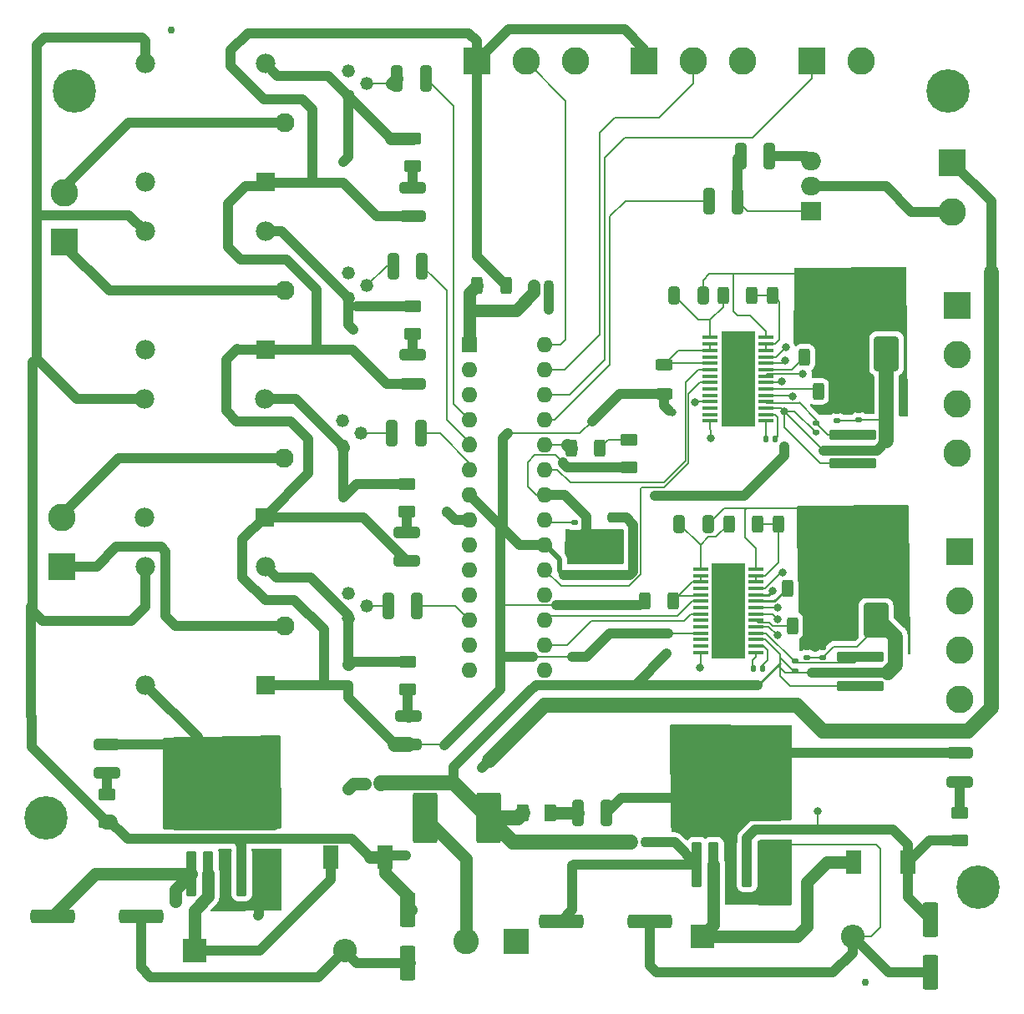
<source format=gbr>
%TF.GenerationSoftware,KiCad,Pcbnew,7.0.10*%
%TF.CreationDate,2024-08-08T13:18:15-05:00*%
%TF.ProjectId,river_sampler,72697665-725f-4736-916d-706c65722e6b,rev?*%
%TF.SameCoordinates,Original*%
%TF.FileFunction,Copper,L1,Top*%
%TF.FilePolarity,Positive*%
%FSLAX46Y46*%
G04 Gerber Fmt 4.6, Leading zero omitted, Abs format (unit mm)*
G04 Created by KiCad (PCBNEW 7.0.10) date 2024-08-08 13:18:15*
%MOMM*%
%LPD*%
G01*
G04 APERTURE LIST*
G04 Aperture macros list*
%AMRoundRect*
0 Rectangle with rounded corners*
0 $1 Rounding radius*
0 $2 $3 $4 $5 $6 $7 $8 $9 X,Y pos of 4 corners*
0 Add a 4 corners polygon primitive as box body*
4,1,4,$2,$3,$4,$5,$6,$7,$8,$9,$2,$3,0*
0 Add four circle primitives for the rounded corners*
1,1,$1+$1,$2,$3*
1,1,$1+$1,$4,$5*
1,1,$1+$1,$6,$7*
1,1,$1+$1,$8,$9*
0 Add four rect primitives between the rounded corners*
20,1,$1+$1,$2,$3,$4,$5,0*
20,1,$1+$1,$4,$5,$6,$7,0*
20,1,$1+$1,$6,$7,$8,$9,0*
20,1,$1+$1,$8,$9,$2,$3,0*%
G04 Aperture macros list end*
%TA.AperFunction,SMDPad,CuDef*%
%ADD10C,0.750000*%
%TD*%
%TA.AperFunction,SMDPad,CuDef*%
%ADD11RoundRect,0.250000X0.312500X1.075000X-0.312500X1.075000X-0.312500X-1.075000X0.312500X-1.075000X0*%
%TD*%
%TA.AperFunction,SMDPad,CuDef*%
%ADD12R,1.500000X2.400000*%
%TD*%
%TA.AperFunction,ComponentPad*%
%ADD13C,1.935000*%
%TD*%
%TA.AperFunction,ComponentPad*%
%ADD14C,1.980000*%
%TD*%
%TA.AperFunction,ComponentPad*%
%ADD15R,1.980000X1.980000*%
%TD*%
%TA.AperFunction,SMDPad,CuDef*%
%ADD16RoundRect,0.250000X-0.550000X1.500000X-0.550000X-1.500000X0.550000X-1.500000X0.550000X1.500000X0*%
%TD*%
%TA.AperFunction,SMDPad,CuDef*%
%ADD17RoundRect,0.250000X-0.312500X-1.075000X0.312500X-1.075000X0.312500X1.075000X-0.312500X1.075000X0*%
%TD*%
%TA.AperFunction,SMDPad,CuDef*%
%ADD18RoundRect,0.140000X0.170000X-0.140000X0.170000X0.140000X-0.170000X0.140000X-0.170000X-0.140000X0*%
%TD*%
%TA.AperFunction,SMDPad,CuDef*%
%ADD19RoundRect,0.250000X1.075000X-0.312500X1.075000X0.312500X-1.075000X0.312500X-1.075000X-0.312500X0*%
%TD*%
%TA.AperFunction,SMDPad,CuDef*%
%ADD20RoundRect,0.112500X0.112500X-0.187500X0.112500X0.187500X-0.112500X0.187500X-0.112500X-0.187500X0*%
%TD*%
%TA.AperFunction,SMDPad,CuDef*%
%ADD21RoundRect,0.250000X0.987500X2.325000X-0.987500X2.325000X-0.987500X-2.325000X0.987500X-2.325000X0*%
%TD*%
%TA.AperFunction,SMDPad,CuDef*%
%ADD22RoundRect,0.218750X0.218750X0.256250X-0.218750X0.256250X-0.218750X-0.256250X0.218750X-0.256250X0*%
%TD*%
%TA.AperFunction,SMDPad,CuDef*%
%ADD23RoundRect,0.250000X-1.075000X0.312500X-1.075000X-0.312500X1.075000X-0.312500X1.075000X0.312500X0*%
%TD*%
%TA.AperFunction,SMDPad,CuDef*%
%ADD24RoundRect,0.250000X0.312500X0.625000X-0.312500X0.625000X-0.312500X-0.625000X0.312500X-0.625000X0*%
%TD*%
%TA.AperFunction,ComponentPad*%
%ADD25C,4.400000*%
%TD*%
%TA.AperFunction,SMDPad,CuDef*%
%ADD26RoundRect,0.250000X1.000000X-1.500000X1.000000X1.500000X-1.000000X1.500000X-1.000000X-1.500000X0*%
%TD*%
%TA.AperFunction,ComponentPad*%
%ADD27C,1.320800*%
%TD*%
%TA.AperFunction,SMDPad,CuDef*%
%ADD28RoundRect,0.250000X2.125000X-0.275000X2.125000X0.275000X-2.125000X0.275000X-2.125000X-0.275000X0*%
%TD*%
%TA.AperFunction,SMDPad,CuDef*%
%ADD29R,1.600000X0.300000*%
%TD*%
%TA.AperFunction,SMDPad,CuDef*%
%ADD30R,3.400000X9.700000*%
%TD*%
%TA.AperFunction,SMDPad,CuDef*%
%ADD31RoundRect,0.250000X-0.475000X0.250000X-0.475000X-0.250000X0.475000X-0.250000X0.475000X0.250000X0*%
%TD*%
%TA.AperFunction,ComponentPad*%
%ADD32R,2.400000X2.400000*%
%TD*%
%TA.AperFunction,ComponentPad*%
%ADD33O,2.400000X2.400000*%
%TD*%
%TA.AperFunction,SMDPad,CuDef*%
%ADD34RoundRect,0.250000X-0.625000X0.375000X-0.625000X-0.375000X0.625000X-0.375000X0.625000X0.375000X0*%
%TD*%
%TA.AperFunction,ComponentPad*%
%ADD35R,1.600000X1.600000*%
%TD*%
%TA.AperFunction,ComponentPad*%
%ADD36O,1.600000X1.600000*%
%TD*%
%TA.AperFunction,SMDPad,CuDef*%
%ADD37RoundRect,0.250000X0.375000X0.625000X-0.375000X0.625000X-0.375000X-0.625000X0.375000X-0.625000X0*%
%TD*%
%TA.AperFunction,SMDPad,CuDef*%
%ADD38RoundRect,0.250000X-0.312500X-0.625000X0.312500X-0.625000X0.312500X0.625000X-0.312500X0.625000X0*%
%TD*%
%TA.AperFunction,SMDPad,CuDef*%
%ADD39RoundRect,0.250000X0.300000X-2.050000X0.300000X2.050000X-0.300000X2.050000X-0.300000X-2.050000X0*%
%TD*%
%TA.AperFunction,SMDPad,CuDef*%
%ADD40RoundRect,0.250000X2.375000X-2.025000X2.375000X2.025000X-2.375000X2.025000X-2.375000X-2.025000X0*%
%TD*%
%TA.AperFunction,SMDPad,CuDef*%
%ADD41RoundRect,0.250002X5.149998X-4.449998X5.149998X4.449998X-5.149998X4.449998X-5.149998X-4.449998X0*%
%TD*%
%TA.AperFunction,SMDPad,CuDef*%
%ADD42RoundRect,0.250000X0.625000X-0.375000X0.625000X0.375000X-0.625000X0.375000X-0.625000X-0.375000X0*%
%TD*%
%TA.AperFunction,SMDPad,CuDef*%
%ADD43RoundRect,0.250000X-0.625000X0.312500X-0.625000X-0.312500X0.625000X-0.312500X0.625000X0.312500X0*%
%TD*%
%TA.AperFunction,SMDPad,CuDef*%
%ADD44RoundRect,0.140000X-0.140000X-0.170000X0.140000X-0.170000X0.140000X0.170000X-0.140000X0.170000X0*%
%TD*%
%TA.AperFunction,SMDPad,CuDef*%
%ADD45RoundRect,0.350000X-1.900000X-0.350000X1.900000X-0.350000X1.900000X0.350000X-1.900000X0.350000X0*%
%TD*%
%TA.AperFunction,SMDPad,CuDef*%
%ADD46RoundRect,0.218750X-0.218750X-0.256250X0.218750X-0.256250X0.218750X0.256250X-0.218750X0.256250X0*%
%TD*%
%TA.AperFunction,SMDPad,CuDef*%
%ADD47RoundRect,0.250000X-0.325000X-0.650000X0.325000X-0.650000X0.325000X0.650000X-0.325000X0.650000X0*%
%TD*%
%TA.AperFunction,SMDPad,CuDef*%
%ADD48RoundRect,0.250000X0.475000X-0.250000X0.475000X0.250000X-0.475000X0.250000X-0.475000X-0.250000X0*%
%TD*%
%TA.AperFunction,ComponentPad*%
%ADD49R,2.000000X1.905000*%
%TD*%
%TA.AperFunction,ComponentPad*%
%ADD50O,2.000000X1.905000*%
%TD*%
%TA.AperFunction,SMDPad,CuDef*%
%ADD51RoundRect,0.140000X-0.170000X0.140000X-0.170000X-0.140000X0.170000X-0.140000X0.170000X0.140000X0*%
%TD*%
%TA.AperFunction,SMDPad,CuDef*%
%ADD52RoundRect,0.225000X-0.225000X-0.250000X0.225000X-0.250000X0.225000X0.250000X-0.225000X0.250000X0*%
%TD*%
%TA.AperFunction,ComponentPad*%
%ADD53R,2.800000X2.800000*%
%TD*%
%TA.AperFunction,ComponentPad*%
%ADD54C,2.800000*%
%TD*%
%TA.AperFunction,ComponentPad*%
%ADD55R,2.600000X2.600000*%
%TD*%
%TA.AperFunction,ComponentPad*%
%ADD56C,2.600000*%
%TD*%
%TA.AperFunction,ViaPad*%
%ADD57C,0.800000*%
%TD*%
%TA.AperFunction,ViaPad*%
%ADD58C,0.500000*%
%TD*%
%TA.AperFunction,Conductor*%
%ADD59C,1.000000*%
%TD*%
%TA.AperFunction,Conductor*%
%ADD60C,0.127000*%
%TD*%
%TA.AperFunction,Conductor*%
%ADD61C,1.270000*%
%TD*%
%TA.AperFunction,Conductor*%
%ADD62C,1.500000*%
%TD*%
%TA.AperFunction,Conductor*%
%ADD63C,0.250000*%
%TD*%
%TA.AperFunction,Conductor*%
%ADD64C,0.500000*%
%TD*%
G04 APERTURE END LIST*
D10*
%TO.P,REF\u002A\u002A,*%
%TO.N,*%
X56515000Y-83108800D03*
%TD*%
%TO.P,REF\u002A\u002A,*%
%TO.N,*%
X126949200Y-179654200D03*
%TD*%
D11*
%TO.P,R26,1*%
%TO.N,GND*%
X117199600Y-95834200D03*
%TO.P,R26,2*%
%TO.N,Net-(Q1-B)*%
X114274600Y-95834200D03*
%TD*%
D12*
%TO.P,L2,1,1*%
%TO.N,Net-(D14-K)*%
X125750000Y-167500000D03*
%TO.P,L2,2,2*%
%TO.N,+5V*%
X131250000Y-167500000D03*
%TD*%
D11*
%TO.P,R10,1*%
%TO.N,/ACT_2*%
X82367500Y-88000000D03*
%TO.P,R10,2*%
%TO.N,Net-(Q4-B)*%
X79442500Y-88000000D03*
%TD*%
D13*
%TO.P,K3,11*%
%TO.N,/Distribution System/5V relay3/RELAY_OUT*%
X68100000Y-92500000D03*
D14*
%TO.P,K3,12*%
%TO.N,GND*%
X53900000Y-98500000D03*
%TO.P,K3,14*%
%TO.N,+12V*%
X53900000Y-86500000D03*
D15*
%TO.P,K3,A1*%
%TO.N,+5V*%
X66100000Y-98500000D03*
D14*
%TO.P,K3,A2*%
%TO.N,Net-(D5-K)*%
X66100000Y-86500000D03*
%TD*%
D16*
%TO.P,C10,1*%
%TO.N,+12V*%
X80543400Y-172349200D03*
%TO.P,C10,2*%
%TO.N,GND*%
X80543400Y-177749200D03*
%TD*%
D17*
%TO.P,R2,1*%
%TO.N,/VALVE_POWER*%
X111037500Y-100400000D03*
%TO.P,R2,2*%
%TO.N,Net-(Q1-B)*%
X113962500Y-100400000D03*
%TD*%
D18*
%TO.P,C20,1*%
%TO.N,+24V*%
X121005600Y-146707800D03*
%TO.P,C20,2*%
%TO.N,GND*%
X121005600Y-145747800D03*
%TD*%
D19*
%TO.P,R19,1*%
%TO.N,Net-(D13-K)*%
X50000000Y-158462500D03*
%TO.P,R19,2*%
%TO.N,GND*%
X50000000Y-155537500D03*
%TD*%
D20*
%TO.P,D4,1,K*%
%TO.N,+5V*%
X74000000Y-132550000D03*
%TO.P,D4,2,A*%
%TO.N,Net-(D3-K)*%
X74000000Y-130450000D03*
%TD*%
D18*
%TO.P,C8,1*%
%TO.N,+24V*%
X122631200Y-146707800D03*
%TO.P,C8,2*%
%TO.N,GND*%
X122631200Y-145747800D03*
%TD*%
D21*
%TO.P,D7,1,K*%
%TO.N,+24V*%
X88687500Y-163000000D03*
%TO.P,D7,2,A*%
%TO.N,Net-(D7-A)*%
X82312500Y-163000000D03*
%TD*%
D20*
%TO.P,D2,1,K*%
%TO.N,+5V*%
X74500000Y-149550000D03*
%TO.P,D2,2,A*%
%TO.N,Net-(D1-K)*%
X74500000Y-147450000D03*
%TD*%
D22*
%TO.P,F2,1*%
%TO.N,Net-(U1-VIN)*%
X104673500Y-165481000D03*
%TO.P,F2,2*%
%TO.N,+24V*%
X103098500Y-165481000D03*
%TD*%
D23*
%TO.P,R9,1*%
%TO.N,Net-(D5-A)*%
X81005000Y-99037500D03*
%TO.P,R9,2*%
%TO.N,+5V*%
X81005000Y-101962500D03*
%TD*%
D24*
%TO.P,R7,1*%
%TO.N,GND*%
X125084300Y-119735600D03*
%TO.P,R7,2*%
%TO.N,/Distribution System/drv8825 driver1/RsenA*%
X122159300Y-119735600D03*
%TD*%
D19*
%TO.P,R20,1*%
%TO.N,Net-(D15-K)*%
X136500000Y-159362500D03*
%TO.P,R20,2*%
%TO.N,GND*%
X136500000Y-156437500D03*
%TD*%
D25*
%TO.P,H2,1*%
%TO.N,N/C*%
X138303000Y-170027600D03*
%TD*%
D26*
%TO.P,C1,1*%
%TO.N,+24V*%
X129057400Y-115899000D03*
%TO.P,C1,2*%
%TO.N,GND*%
X129057400Y-109399000D03*
%TD*%
D27*
%TO.P,Q4,1,C*%
%TO.N,Net-(D5-K)*%
X74500000Y-89770000D03*
%TO.P,Q4,2,B*%
%TO.N,Net-(Q4-B)*%
X76405000Y-88500000D03*
%TO.P,Q4,3,E*%
%TO.N,GND*%
X74500000Y-87230000D03*
%TD*%
D28*
%TO.P,R13,1*%
%TO.N,+24V*%
X125653800Y-127052600D03*
%TO.P,R13,2*%
%TO.N,Net-(U2-VMA)*%
X125653800Y-124102600D03*
%TD*%
D26*
%TO.P,C7,1*%
%TO.N,+24V*%
X128000000Y-142950000D03*
%TO.P,C7,2*%
%TO.N,GND*%
X128000000Y-136450000D03*
%TD*%
D29*
%TO.P,U5,1,CP1*%
%TO.N,Net-(U5-CP1)*%
X115800000Y-146225000D03*
%TO.P,U5,2,CP2*%
%TO.N,Net-(U5-CP2)*%
X115800000Y-145575000D03*
%TO.P,U5,3,VCP*%
%TO.N,+24V*%
X115800000Y-144925000D03*
%TO.P,U5,4,VMA*%
%TO.N,Net-(U5-VMA)*%
X115800000Y-144275000D03*
%TO.P,U5,5,AOUT1*%
%TO.N,/Distribution System/drv8825 driver/MOT_1*%
X115800000Y-143625000D03*
%TO.P,U5,6,ISENA*%
%TO.N,/Distribution System/drv8825 driver/RsenA*%
X115800000Y-142975000D03*
%TO.P,U5,7,AOUT2*%
%TO.N,/Distribution System/drv8825 driver/MOT_2*%
X115800000Y-142325000D03*
%TO.P,U5,8,BOUT2*%
%TO.N,/Distribution System/drv8825 driver/MOT_3*%
X115800000Y-141675000D03*
%TO.P,U5,9,ISENB*%
%TO.N,/Distribution System/drv8825 driver/RsenB*%
X115800000Y-141025000D03*
%TO.P,U5,10,BOUT1*%
%TO.N,/Distribution System/drv8825 driver/MOT_4*%
X115800000Y-140375000D03*
%TO.P,U5,11,VMB*%
%TO.N,+24V*%
X115800000Y-139725000D03*
%TO.P,U5,12,AVREF*%
%TO.N,Net-(U5-AVREF)*%
X115800000Y-139075000D03*
%TO.P,U5,13,BVREF*%
X115800000Y-138425000D03*
%TO.P,U5,14,GND*%
%TO.N,GND*%
X115800000Y-137775000D03*
%TO.P,U5,15,V3P3OUT*%
%TO.N,/Distribution System/drv8825 driver/3.3V_out*%
X110200000Y-137775000D03*
%TO.P,U5,16,nRESET*%
%TO.N,Net-(U5-DECAY)*%
X110200000Y-138425000D03*
%TO.P,U5,17,nSLEEP*%
X110200000Y-139075000D03*
%TO.P,U5,18,nFAULT*%
%TO.N,unconnected-(U5-nFAULT-Pad18)*%
X110200000Y-139725000D03*
%TO.P,U5,19,DECAY*%
%TO.N,Net-(U5-DECAY)*%
X110200000Y-140375000D03*
%TO.P,U5,20,DIR*%
%TO.N,/MOTOR_DIR*%
X110200000Y-141025000D03*
%TO.P,U5,21,nENBL*%
%TO.N,unconnected-(U5-nENBL-Pad21)*%
X110200000Y-141675000D03*
%TO.P,U5,22,STEP*%
%TO.N,/MOTOR_STEP*%
X110200000Y-142325000D03*
%TO.P,U5,23,NC*%
%TO.N,unconnected-(U5-NC-Pad23)*%
X110200000Y-142975000D03*
%TO.P,U5,24,MODE0*%
%TO.N,unconnected-(U5-MODE0-Pad24)*%
X110200000Y-143625000D03*
%TO.P,U5,25,MODE1*%
%TO.N,+5V*%
X110200000Y-144275000D03*
%TO.P,U5,26,MODE2*%
%TO.N,unconnected-(U5-MODE2-Pad26)*%
X110200000Y-144925000D03*
%TO.P,U5,27,nHOME*%
%TO.N,unconnected-(U5-nHOME-Pad27)*%
X110200000Y-145575000D03*
%TO.P,U5,28,GND*%
%TO.N,GND*%
X110200000Y-146225000D03*
D30*
%TO.P,U5,29*%
%TO.N,N/C*%
X113000000Y-142000000D03*
%TD*%
D31*
%TO.P,C24,1*%
%TO.N,+5V*%
X101500000Y-132500000D03*
%TO.P,C24,2*%
%TO.N,GND*%
X101500000Y-134400000D03*
%TD*%
D18*
%TO.P,C4,1*%
%TO.N,+24V*%
X121920000Y-123924000D03*
%TO.P,C4,2*%
%TO.N,Net-(U2-VMA)*%
X121920000Y-122964000D03*
%TD*%
D32*
%TO.P,D12,1,K*%
%TO.N,Net-(D12-K)*%
X58880000Y-176500000D03*
D33*
%TO.P,D12,2,A*%
%TO.N,GND*%
X74120000Y-176500000D03*
%TD*%
D25*
%TO.P,H3,1*%
%TO.N,N/C*%
X46710600Y-89281000D03*
%TD*%
D34*
%TO.P,D1,1,K*%
%TO.N,Net-(D1-K)*%
X80500000Y-147200000D03*
%TO.P,D1,2,A*%
%TO.N,Net-(D1-A)*%
X80500000Y-150000000D03*
%TD*%
D35*
%TO.P,U6,1,~{RESET}/PC6*%
%TO.N,/PULLUP*%
X86790000Y-114990000D03*
D36*
%TO.P,U6,2,PD0*%
%TO.N,unconnected-(U6-PD0-Pad2)*%
X86790000Y-117530000D03*
%TO.P,U6,3,PD1*%
%TO.N,unconnected-(U6-PD1-Pad3)*%
X86790000Y-120070000D03*
%TO.P,U6,4,PD2*%
%TO.N,/ACT_2*%
X86790000Y-122610000D03*
%TO.P,U6,5,PD3*%
%TO.N,/ACT_1*%
X86790000Y-125150000D03*
%TO.P,U6,6,PD4*%
%TO.N,/MP_1*%
X86790000Y-127690000D03*
%TO.P,U6,7,VCC*%
%TO.N,+5V*%
X86790000Y-130230000D03*
%TO.P,U6,8,GND*%
%TO.N,GND*%
X86790000Y-132770000D03*
%TO.P,U6,9,XTAL1/PB6*%
%TO.N,/OSC1*%
X86790000Y-135310000D03*
%TO.P,U6,10,XTAL2/PB7*%
%TO.N,/OSC2*%
X86790000Y-137850000D03*
%TO.P,U6,11,PD5*%
%TO.N,unconnected-(U6-PD5-Pad11)*%
X86790000Y-140390000D03*
%TO.P,U6,12,PD6*%
%TO.N,/MP_2*%
X86790000Y-142930000D03*
%TO.P,U6,13,PD7*%
%TO.N,unconnected-(U6-PD7-Pad13)*%
X86790000Y-145470000D03*
%TO.P,U6,14,PB0*%
%TO.N,unconnected-(U6-PB0-Pad14)*%
X86790000Y-148010000D03*
%TO.P,U6,15,PB1*%
%TO.N,unconnected-(U6-PB1-Pad15)*%
X94410000Y-148010000D03*
%TO.P,U6,16,PB2*%
%TO.N,/MOTOR_STEP*%
X94410000Y-145470000D03*
%TO.P,U6,17,PB3*%
%TO.N,/MOTOR_DIR*%
X94410000Y-142930000D03*
%TO.P,U6,18,PB4*%
%TO.N,unconnected-(U6-PB4-Pad18)*%
X94410000Y-140390000D03*
%TO.P,U6,19,PB5*%
%TO.N,/MAINPUMP_STEP*%
X94410000Y-137850000D03*
%TO.P,U6,20,AVCC*%
%TO.N,+5V*%
X94410000Y-135310000D03*
%TO.P,U6,21,AREF*%
%TO.N,Net-(U6-AREF)*%
X94410000Y-132770000D03*
%TO.P,U6,22,GND*%
%TO.N,GND*%
X94410000Y-130230000D03*
%TO.P,U6,23,PC0*%
%TO.N,/MAINPUMP_DIR*%
X94410000Y-127690000D03*
%TO.P,U6,24,PC1*%
%TO.N,Net-(U6-PC1)*%
X94410000Y-125150000D03*
%TO.P,U6,25,PC2*%
%TO.N,/VALVE_POWER*%
X94410000Y-122610000D03*
%TO.P,U6,26,PC3*%
%TO.N,/LIMIT_SW*%
X94410000Y-120070000D03*
%TO.P,U6,27,PC4*%
%TO.N,/LEVELSENSE_FULL*%
X94410000Y-117530000D03*
%TO.P,U6,28,PC5*%
%TO.N,/FLOW_SENSE*%
X94410000Y-114990000D03*
%TD*%
D34*
%TO.P,D15,1,K*%
%TO.N,Net-(D15-K)*%
X136500000Y-162500000D03*
%TO.P,D15,2,A*%
%TO.N,+5V*%
X136500000Y-165300000D03*
%TD*%
D23*
%TO.P,R1,1*%
%TO.N,Net-(D1-A)*%
X80600000Y-152637500D03*
%TO.P,R1,2*%
%TO.N,+5V*%
X80600000Y-155562500D03*
%TD*%
D20*
%TO.P,D9,1,K*%
%TO.N,+5V*%
X74000000Y-98550000D03*
%TO.P,D9,2,A*%
%TO.N,Net-(D5-K)*%
X74000000Y-96450000D03*
%TD*%
D13*
%TO.P,K4,11*%
%TO.N,/Distribution System/5V relay2/RELAY_OUT*%
X68100000Y-109500000D03*
D14*
%TO.P,K4,12*%
%TO.N,GND*%
X53900000Y-115500000D03*
%TO.P,K4,14*%
%TO.N,+12V*%
X53900000Y-103500000D03*
D15*
%TO.P,K4,A1*%
%TO.N,+5V*%
X66100000Y-115500000D03*
D14*
%TO.P,K4,A2*%
%TO.N,Net-(D10-K)*%
X66100000Y-103500000D03*
%TD*%
D27*
%TO.P,Q5,1,C*%
%TO.N,Net-(D10-K)*%
X74500000Y-110270000D03*
%TO.P,Q5,2,B*%
%TO.N,Net-(Q5-B)*%
X76405000Y-109000000D03*
%TO.P,Q5,3,E*%
%TO.N,GND*%
X74500000Y-107730000D03*
%TD*%
D25*
%TO.P,H1,1*%
%TO.N,N/C*%
X135331200Y-89255600D03*
%TD*%
D37*
%TO.P,D6,1,K*%
%TO.N,Net-(D6-K)*%
X95000000Y-162500000D03*
%TO.P,D6,2,A*%
%TO.N,+24V*%
X92200000Y-162500000D03*
%TD*%
D20*
%TO.P,D11,1,K*%
%TO.N,+5V*%
X75000000Y-115550000D03*
%TO.P,D11,2,A*%
%TO.N,Net-(D10-K)*%
X75000000Y-113450000D03*
%TD*%
D18*
%TO.P,C21,1*%
%TO.N,+24V*%
X119761000Y-148079400D03*
%TO.P,C21,2*%
%TO.N,Net-(U5-VMA)*%
X119761000Y-147119400D03*
%TD*%
D11*
%TO.P,R12,1*%
%TO.N,/ACT_1*%
X81962500Y-107000000D03*
%TO.P,R12,2*%
%TO.N,Net-(Q5-B)*%
X79037500Y-107000000D03*
%TD*%
D24*
%TO.P,R21,1*%
%TO.N,+5V*%
X90462500Y-109000000D03*
%TO.P,R21,2*%
%TO.N,/PULLUP*%
X87537500Y-109000000D03*
%TD*%
D17*
%TO.P,R6,1*%
%TO.N,Net-(D6-K)*%
X97752500Y-162500000D03*
%TO.P,R6,2*%
%TO.N,GND*%
X100677500Y-162500000D03*
%TD*%
D13*
%TO.P,K2,11*%
%TO.N,/Distribution System/5V relay/RELAY_OUT*%
X68000000Y-126500000D03*
D14*
%TO.P,K2,12*%
%TO.N,GND*%
X53800000Y-132500000D03*
%TO.P,K2,14*%
%TO.N,+12V*%
X53800000Y-120500000D03*
D15*
%TO.P,K2,A1*%
%TO.N,+5V*%
X66000000Y-132500000D03*
D14*
%TO.P,K2,A2*%
%TO.N,Net-(D3-K)*%
X66000000Y-120500000D03*
%TD*%
D38*
%TO.P,R24,1*%
%TO.N,Net-(U5-AVREF)*%
X118075000Y-133200000D03*
%TO.P,R24,2*%
%TO.N,GND*%
X121000000Y-133200000D03*
%TD*%
D24*
%TO.P,R18,1*%
%TO.N,GND*%
X121962500Y-139700000D03*
%TO.P,R18,2*%
%TO.N,/Distribution System/drv8825 driver/RsenB*%
X119037500Y-139700000D03*
%TD*%
D39*
%TO.P,U1,1,VIN*%
%TO.N,Net-(U1-VIN)*%
X109825000Y-167725000D03*
%TO.P,U1,2,OUT*%
%TO.N,Net-(D14-K)*%
X111525000Y-167725000D03*
%TO.P,U1,3,GND*%
%TO.N,GND*%
X113225000Y-167725000D03*
D40*
X110450000Y-161000000D03*
X116000000Y-161000000D03*
D41*
X113225000Y-158575000D03*
D40*
X110450000Y-156150000D03*
X116000000Y-156150000D03*
D39*
%TO.P,U1,4,FB*%
%TO.N,+5V*%
X114925000Y-167725000D03*
%TO.P,U1,5,~{ON}/OFF*%
%TO.N,GND*%
X116625000Y-167725000D03*
%TD*%
D42*
%TO.P,D8,1,K*%
%TO.N,GND*%
X102971600Y-127434800D03*
%TO.P,D8,2,A*%
%TO.N,Net-(D8-A)*%
X102971600Y-124634800D03*
%TD*%
D18*
%TO.P,C3,1*%
%TO.N,+24V*%
X126263400Y-122628600D03*
%TO.P,C3,2*%
%TO.N,GND*%
X126263400Y-121668600D03*
%TD*%
D28*
%TO.P,R22,1*%
%TO.N,+24V*%
X126415800Y-149633200D03*
%TO.P,R22,2*%
%TO.N,Net-(U5-VMA)*%
X126415800Y-146683200D03*
%TD*%
D32*
%TO.P,D14,1,K*%
%TO.N,Net-(D14-K)*%
X110380000Y-175000000D03*
D33*
%TO.P,D14,2,A*%
%TO.N,GND*%
X125620000Y-175000000D03*
%TD*%
D34*
%TO.P,D5,1,K*%
%TO.N,Net-(D5-K)*%
X81005000Y-94100000D03*
%TO.P,D5,2,A*%
%TO.N,Net-(D5-A)*%
X81005000Y-96900000D03*
%TD*%
D43*
%TO.P,R16,1*%
%TO.N,Net-(U2-DECAY)*%
X106500000Y-117037500D03*
%TO.P,R16,2*%
%TO.N,+5V*%
X106500000Y-119962500D03*
%TD*%
D34*
%TO.P,D3,1,K*%
%TO.N,Net-(D3-K)*%
X80400000Y-129100000D03*
%TO.P,D3,2,A*%
%TO.N,Net-(D3-A)*%
X80400000Y-131900000D03*
%TD*%
D27*
%TO.P,Q3,1,C*%
%TO.N,Net-(D3-K)*%
X73900000Y-125270000D03*
%TO.P,Q3,2,B*%
%TO.N,Net-(Q3-B)*%
X75805000Y-124000000D03*
%TO.P,Q3,3,E*%
%TO.N,GND*%
X73900000Y-122730000D03*
%TD*%
D11*
%TO.P,R3,1*%
%TO.N,/MP_2*%
X81462500Y-141500000D03*
%TO.P,R3,2*%
%TO.N,Net-(Q2-B)*%
X78537500Y-141500000D03*
%TD*%
D23*
%TO.P,R4,1*%
%TO.N,Net-(D3-A)*%
X80400000Y-134037500D03*
%TO.P,R4,2*%
%TO.N,+5V*%
X80400000Y-136962500D03*
%TD*%
D44*
%TO.P,C5,1*%
%TO.N,Net-(U2-CP1)*%
X116842600Y-124536200D03*
%TO.P,C5,2*%
%TO.N,Net-(U2-CP2)*%
X117802600Y-124536200D03*
%TD*%
D24*
%TO.P,R17,1*%
%TO.N,GND*%
X122462500Y-143500000D03*
%TO.P,R17,2*%
%TO.N,/Distribution System/drv8825 driver/RsenA*%
X119537500Y-143500000D03*
%TD*%
D39*
%TO.P,U4,1,VIN*%
%TO.N,Net-(U4-VIN)*%
X58600000Y-168650000D03*
%TO.P,U4,2,OUT*%
%TO.N,Net-(D12-K)*%
X60300000Y-168650000D03*
%TO.P,U4,3,GND*%
%TO.N,GND*%
X62000000Y-168650000D03*
D40*
X59225000Y-161925000D03*
X64775000Y-161925000D03*
D41*
X62000000Y-159500000D03*
D40*
X59225000Y-157075000D03*
X64775000Y-157075000D03*
D39*
%TO.P,U4,4,FB*%
%TO.N,+12V*%
X63700000Y-168650000D03*
%TO.P,U4,5,~{ON}/OFF*%
%TO.N,GND*%
X65400000Y-168650000D03*
%TD*%
D45*
%TO.P,C9,1*%
%TO.N,Net-(U4-VIN)*%
X44500000Y-173000000D03*
%TO.P,C9,2*%
%TO.N,GND*%
X53500000Y-173000000D03*
%TD*%
D44*
%TO.P,C22,1*%
%TO.N,Net-(U5-CP1)*%
X115521800Y-147878800D03*
%TO.P,C22,2*%
%TO.N,Net-(U5-CP2)*%
X116481800Y-147878800D03*
%TD*%
D46*
%TO.P,F1,1*%
%TO.N,Net-(U4-VIN)*%
X76212500Y-159500000D03*
%TO.P,F1,2*%
%TO.N,+24V*%
X77787500Y-159500000D03*
%TD*%
D27*
%TO.P,Q2,1,C*%
%TO.N,Net-(D1-K)*%
X74500000Y-142770000D03*
%TO.P,Q2,2,B*%
%TO.N,Net-(Q2-B)*%
X76405000Y-141500000D03*
%TO.P,Q2,3,E*%
%TO.N,GND*%
X74500000Y-140230000D03*
%TD*%
D38*
%TO.P,R27,1*%
%TO.N,Net-(U6-PC1)*%
X97075000Y-125500000D03*
%TO.P,R27,2*%
%TO.N,Net-(D8-A)*%
X100000000Y-125500000D03*
%TD*%
D24*
%TO.P,R25,1*%
%TO.N,Net-(U5-DECAY)*%
X107462500Y-141000000D03*
%TO.P,R25,2*%
%TO.N,+5V*%
X104537500Y-141000000D03*
%TD*%
D47*
%TO.P,C6,1*%
%TO.N,/Distribution System/drv8825 driver1/3.3V_out*%
X107525000Y-110000000D03*
%TO.P,C6,2*%
%TO.N,GND*%
X110475000Y-110000000D03*
%TD*%
D48*
%TO.P,C26,1*%
%TO.N,+5V*%
X101500000Y-138400000D03*
%TO.P,C26,2*%
%TO.N,GND*%
X101500000Y-136500000D03*
%TD*%
D38*
%TO.P,R23,1*%
%TO.N,/Distribution System/drv8825 driver/3.3V_out*%
X113075000Y-133200000D03*
%TO.P,R23,2*%
%TO.N,Net-(U5-AVREF)*%
X116000000Y-133200000D03*
%TD*%
D45*
%TO.P,C11,1*%
%TO.N,Net-(U1-VIN)*%
X96050000Y-173500000D03*
%TO.P,C11,2*%
%TO.N,GND*%
X105050000Y-173500000D03*
%TD*%
D34*
%TO.P,D10,1,K*%
%TO.N,Net-(D10-K)*%
X81000000Y-111100000D03*
%TO.P,D10,2,A*%
%TO.N,Net-(D10-A)*%
X81000000Y-113900000D03*
%TD*%
D48*
%TO.P,C25,1*%
%TO.N,+5V*%
X97500000Y-138350000D03*
%TO.P,C25,2*%
%TO.N,GND*%
X97500000Y-136450000D03*
%TD*%
D29*
%TO.P,U2,1,CP1*%
%TO.N,Net-(U2-CP1)*%
X116800000Y-122725000D03*
%TO.P,U2,2,CP2*%
%TO.N,Net-(U2-CP2)*%
X116800000Y-122075000D03*
%TO.P,U2,3,VCP*%
%TO.N,+24V*%
X116800000Y-121425000D03*
%TO.P,U2,4,VMA*%
%TO.N,Net-(U2-VMA)*%
X116800000Y-120775000D03*
%TO.P,U2,5,AOUT1*%
%TO.N,/Distribution System/drv8825 driver1/MOT_1*%
X116800000Y-120125000D03*
%TO.P,U2,6,ISENA*%
%TO.N,/Distribution System/drv8825 driver1/RsenA*%
X116800000Y-119475000D03*
%TO.P,U2,7,AOUT2*%
%TO.N,/Distribution System/drv8825 driver1/MOT_2*%
X116800000Y-118825000D03*
%TO.P,U2,8,BOUT2*%
%TO.N,/Distribution System/drv8825 driver1/MOT_3*%
X116800000Y-118175000D03*
%TO.P,U2,9,ISENB*%
%TO.N,/Distribution System/drv8825 driver1/RsenB*%
X116800000Y-117525000D03*
%TO.P,U2,10,BOUT1*%
%TO.N,/Distribution System/drv8825 driver1/MOT_4*%
X116800000Y-116875000D03*
%TO.P,U2,11,VMB*%
%TO.N,+24V*%
X116800000Y-116225000D03*
%TO.P,U2,12,AVREF*%
%TO.N,Net-(U2-AVREF)*%
X116800000Y-115575000D03*
%TO.P,U2,13,BVREF*%
X116800000Y-114925000D03*
%TO.P,U2,14,GND*%
%TO.N,GND*%
X116800000Y-114275000D03*
%TO.P,U2,15,V3P3OUT*%
%TO.N,/Distribution System/drv8825 driver1/3.3V_out*%
X111200000Y-114275000D03*
%TO.P,U2,16,nRESET*%
%TO.N,Net-(U2-DECAY)*%
X111200000Y-114925000D03*
%TO.P,U2,17,nSLEEP*%
X111200000Y-115575000D03*
%TO.P,U2,18,nFAULT*%
%TO.N,unconnected-(U2-nFAULT-Pad18)*%
X111200000Y-116225000D03*
%TO.P,U2,19,DECAY*%
%TO.N,Net-(U2-DECAY)*%
X111200000Y-116875000D03*
%TO.P,U2,20,DIR*%
%TO.N,/MAINPUMP_DIR*%
X111200000Y-117525000D03*
%TO.P,U2,21,nENBL*%
%TO.N,unconnected-(U2-nENBL-Pad21)*%
X111200000Y-118175000D03*
%TO.P,U2,22,STEP*%
%TO.N,/MAINPUMP_STEP*%
X111200000Y-118825000D03*
%TO.P,U2,23,NC*%
%TO.N,unconnected-(U2-NC-Pad23)*%
X111200000Y-119475000D03*
%TO.P,U2,24,MODE0*%
%TO.N,unconnected-(U2-MODE0-Pad24)*%
X111200000Y-120125000D03*
%TO.P,U2,25,MODE1*%
%TO.N,+5V*%
X111200000Y-120775000D03*
%TO.P,U2,26,MODE2*%
%TO.N,unconnected-(U2-MODE2-Pad26)*%
X111200000Y-121425000D03*
%TO.P,U2,27,nHOME*%
%TO.N,unconnected-(U2-nHOME-Pad27)*%
X111200000Y-122075000D03*
%TO.P,U2,28,GND*%
%TO.N,GND*%
X111200000Y-122725000D03*
D30*
%TO.P,U2,29*%
%TO.N,N/C*%
X114000000Y-118500000D03*
%TD*%
D49*
%TO.P,Q1,1,B*%
%TO.N,Net-(Q1-B)*%
X121445000Y-101440000D03*
D50*
%TO.P,Q1,2,C*%
%TO.N,Net-(J10-Pin_2)*%
X121445000Y-98900000D03*
%TO.P,Q1,3,E*%
%TO.N,GND*%
X121445000Y-96360000D03*
%TD*%
D13*
%TO.P,K1,11*%
%TO.N,/Distribution System/5V relay1/RELAY_OUT*%
X68100000Y-143500000D03*
D14*
%TO.P,K1,12*%
%TO.N,GND*%
X53900000Y-149500000D03*
%TO.P,K1,14*%
%TO.N,+12V*%
X53900000Y-137500000D03*
D15*
%TO.P,K1,A1*%
%TO.N,+5V*%
X66100000Y-149500000D03*
D14*
%TO.P,K1,A2*%
%TO.N,Net-(D1-K)*%
X66100000Y-137500000D03*
%TD*%
D25*
%TO.P,H4,1*%
%TO.N,N/C*%
X43865800Y-162991800D03*
%TD*%
D11*
%TO.P,R5,1*%
%TO.N,/MP_1*%
X81862500Y-124000000D03*
%TO.P,R5,2*%
%TO.N,Net-(Q3-B)*%
X78937500Y-124000000D03*
%TD*%
D38*
%TO.P,R15,1*%
%TO.N,Net-(U2-AVREF)*%
X117537500Y-110000000D03*
%TO.P,R15,2*%
%TO.N,GND*%
X120462500Y-110000000D03*
%TD*%
D12*
%TO.P,L1,1,1*%
%TO.N,Net-(D12-K)*%
X72750000Y-167000000D03*
%TO.P,L1,2,2*%
%TO.N,+12V*%
X78250000Y-167000000D03*
%TD*%
D51*
%TO.P,C27,1*%
%TO.N,Net-(U6-AREF)*%
X97485200Y-133047800D03*
%TO.P,C27,2*%
%TO.N,GND*%
X97485200Y-134007800D03*
%TD*%
D18*
%TO.P,C2,1*%
%TO.N,+24V*%
X124053600Y-122704800D03*
%TO.P,C2,2*%
%TO.N,GND*%
X124053600Y-121744800D03*
%TD*%
D23*
%TO.P,R11,1*%
%TO.N,Net-(D10-A)*%
X81000000Y-116037500D03*
%TO.P,R11,2*%
%TO.N,+5V*%
X81000000Y-118962500D03*
%TD*%
D38*
%TO.P,R14,1*%
%TO.N,/Distribution System/drv8825 driver1/3.3V_out*%
X112500000Y-110000000D03*
%TO.P,R14,2*%
%TO.N,Net-(U2-AVREF)*%
X115425000Y-110000000D03*
%TD*%
D16*
%TO.P,C12,1*%
%TO.N,+5V*%
X133500000Y-173300000D03*
%TO.P,C12,2*%
%TO.N,GND*%
X133500000Y-178700000D03*
%TD*%
D47*
%TO.P,C23,1*%
%TO.N,/Distribution System/drv8825 driver/3.3V_out*%
X108062500Y-133200000D03*
%TO.P,C23,2*%
%TO.N,GND*%
X111012500Y-133200000D03*
%TD*%
D24*
%TO.P,R8,1*%
%TO.N,GND*%
X123661900Y-116281200D03*
%TO.P,R8,2*%
%TO.N,/Distribution System/drv8825 driver1/RsenB*%
X120736900Y-116281200D03*
%TD*%
D52*
%TO.P,C19,1*%
%TO.N,/PULLUP*%
X93300000Y-109000000D03*
%TO.P,C19,2*%
%TO.N,GND*%
X94850000Y-109000000D03*
%TD*%
D34*
%TO.P,D13,1,K*%
%TO.N,Net-(D13-K)*%
X50000000Y-160600000D03*
%TO.P,D13,2,A*%
%TO.N,+12V*%
X50000000Y-163400000D03*
%TD*%
D53*
%TO.P,J10,1,Pin_1*%
%TO.N,+12V*%
X135750000Y-96500000D03*
D54*
%TO.P,J10,2,Pin_2*%
%TO.N,Net-(J10-Pin_2)*%
X135750000Y-101500000D03*
%TD*%
D53*
%TO.P,J4,1,Pin_1*%
%TO.N,/LIMIT_SW*%
X121500000Y-86250000D03*
D54*
%TO.P,J4,2,Pin_2*%
%TO.N,GND*%
X126500000Y-86250000D03*
%TD*%
D53*
%TO.P,J13,1,Pin_1*%
%TO.N,/Distribution System/5V relay2/RELAY_OUT*%
X45720000Y-104582600D03*
D54*
%TO.P,J13,2,Pin_2*%
%TO.N,/Distribution System/5V relay3/RELAY_OUT*%
X45720000Y-99582600D03*
%TD*%
%TO.P,J3,1,Pin_1*%
%TO.N,/Distribution System/drv8825 driver/MOT_1*%
X136500000Y-151000000D03*
%TO.P,J3,2,Pin_2*%
%TO.N,/Distribution System/drv8825 driver/MOT_2*%
X136500000Y-146000000D03*
%TO.P,J3,3,Pin_3*%
%TO.N,/Distribution System/drv8825 driver/MOT_3*%
X136500000Y-141000000D03*
D53*
%TO.P,J3,4,Pin_4*%
%TO.N,/Distribution System/drv8825 driver/MOT_4*%
X136500000Y-136000000D03*
%TD*%
D55*
%TO.P,J14,1,Pin_1*%
%TO.N,GND*%
X91545000Y-175500000D03*
D56*
%TO.P,J14,2,Pin_2*%
%TO.N,Net-(D7-A)*%
X86465000Y-175500000D03*
%TD*%
D53*
%TO.P,J12,1,Pin_1*%
%TO.N,+5V*%
X87500000Y-86250000D03*
D54*
%TO.P,J12,2,Pin_2*%
%TO.N,/FLOW_SENSE*%
X92500000Y-86250000D03*
%TO.P,J12,3,Pin_3*%
%TO.N,GND*%
X97500000Y-86250000D03*
%TD*%
%TO.P,J5,1,Pin_1*%
%TO.N,/Distribution System/drv8825 driver1/MOT_1*%
X136250000Y-126000000D03*
%TO.P,J5,2,Pin_2*%
%TO.N,/Distribution System/drv8825 driver1/MOT_2*%
X136250000Y-121000000D03*
%TO.P,J5,3,Pin_3*%
%TO.N,/Distribution System/drv8825 driver1/MOT_3*%
X136250000Y-116000000D03*
D53*
%TO.P,J5,4,Pin_4*%
%TO.N,/Distribution System/drv8825 driver1/MOT_4*%
X136250000Y-111000000D03*
%TD*%
%TO.P,J6,1,Pin_1*%
%TO.N,+5V*%
X104500000Y-86250000D03*
D54*
%TO.P,J6,2,Pin_2*%
%TO.N,/LEVELSENSE_FULL*%
X109500000Y-86250000D03*
%TO.P,J6,3,Pin_3*%
%TO.N,GND*%
X114500000Y-86250000D03*
%TD*%
%TO.P,J11,1,Pin_1*%
%TO.N,/Distribution System/5V relay/RELAY_OUT*%
X45466000Y-132490200D03*
D53*
%TO.P,J11,2,Pin_2*%
%TO.N,/Distribution System/5V relay1/RELAY_OUT*%
X45466000Y-137490200D03*
%TD*%
D57*
%TO.N,GND*%
X98602800Y-134670800D03*
X110185200Y-147802600D03*
X111226600Y-124510800D03*
X127812800Y-133248400D03*
X65354200Y-172897800D03*
X123164600Y-108559600D03*
X84505800Y-131978400D03*
X94843600Y-111455200D03*
D58*
%TO.N,Net-(U4-VIN)*%
X74500000Y-160000000D03*
D57*
X57000000Y-171500000D03*
%TO.N,+24V*%
X105537000Y-130327400D03*
X118719600Y-125298200D03*
X118694200Y-121742200D03*
X118846600Y-115265200D03*
X106857800Y-146202400D03*
X118541800Y-138074400D03*
%TO.N,+5V*%
X109651800Y-120827800D03*
X122072400Y-162356800D03*
X84201000Y-155676600D03*
X107365800Y-121818400D03*
%TO.N,+12V*%
X80340200Y-166776400D03*
X88036400Y-157962600D03*
%TO.N,/Distribution System/drv8825 driver/MOT_2*%
X118000000Y-142836500D03*
%TO.N,/Distribution System/drv8825 driver/MOT_1*%
X118000000Y-144500000D03*
%TO.N,/Distribution System/drv8825 driver/MOT_3*%
X118017398Y-141682771D03*
%TO.N,/Distribution System/drv8825 driver/MOT_4*%
X117500000Y-140000000D03*
%TO.N,/Distribution System/drv8825 driver1/MOT_1*%
X119507000Y-120243600D03*
%TO.N,/Distribution System/drv8825 driver1/MOT_2*%
X118440200Y-118719600D03*
%TO.N,/Distribution System/drv8825 driver1/MOT_3*%
X120599200Y-117957600D03*
%TO.N,/Distribution System/drv8825 driver1/MOT_4*%
X118770400Y-116636800D03*
%TD*%
D59*
%TO.N,GND*%
X120919200Y-95834200D02*
X121445000Y-96360000D01*
X117199600Y-95834200D02*
X120919200Y-95834200D01*
%TO.N,Net-(Q1-B)*%
X113962500Y-96146300D02*
X114274600Y-95834200D01*
X113962500Y-100400000D02*
X113962500Y-96146300D01*
%TO.N,Net-(J10-Pin_2)*%
X128999000Y-98900000D02*
X121445000Y-98900000D01*
X131599000Y-101500000D02*
X128999000Y-98900000D01*
X135750000Y-101500000D02*
X131599000Y-101500000D01*
%TO.N,+12V*%
X139674600Y-100424600D02*
X135750000Y-96500000D01*
X139674600Y-107670600D02*
X139674600Y-100424600D01*
%TO.N,GND*%
X105050000Y-178024200D02*
X105714800Y-178689000D01*
X86790000Y-132770000D02*
X85348200Y-132770000D01*
X100677500Y-162500000D02*
X102177500Y-161000000D01*
X105714800Y-178689000D02*
X123621800Y-178689000D01*
D60*
X110185200Y-147777200D02*
X110185200Y-147802600D01*
X92684600Y-129362200D02*
X93552400Y-130230000D01*
X92684600Y-126949200D02*
X92684600Y-129362200D01*
X128447800Y-174091600D02*
X127539400Y-175000000D01*
X95530300Y-126213500D02*
X93420300Y-126213500D01*
D59*
X102971600Y-127434800D02*
X96721870Y-127434800D01*
X80822800Y-177749200D02*
X80543400Y-177749200D01*
D60*
X93552400Y-130230000D02*
X94410000Y-130230000D01*
D59*
X84505800Y-131978400D02*
X84505800Y-131927600D01*
X53500000Y-178173400D02*
X53492400Y-178181000D01*
D60*
X116625000Y-167725000D02*
X118640400Y-165709600D01*
X121000000Y-132074400D02*
X121000000Y-133200000D01*
X93420300Y-126213500D02*
X92684600Y-126949200D01*
D59*
X71473800Y-179146200D02*
X74120000Y-176500000D01*
D60*
X110200000Y-147762400D02*
X110185200Y-147777200D01*
D59*
X53492400Y-178181000D02*
X54457600Y-179146200D01*
X105050000Y-173500000D02*
X105050000Y-178024200D01*
X136500000Y-156437500D02*
X116287500Y-156437500D01*
D60*
X114985800Y-131572000D02*
X120497600Y-131572000D01*
D59*
X54457600Y-179146200D02*
X71473800Y-179146200D01*
D60*
X115800000Y-137775000D02*
X115800000Y-135688200D01*
X114909600Y-131572000D02*
X114985800Y-131572000D01*
X110200000Y-146225000D02*
X110200000Y-147762400D01*
D59*
X80494200Y-177700000D02*
X75320000Y-177700000D01*
X96721870Y-127434800D02*
X96266000Y-126978930D01*
X84556600Y-131978400D02*
X84505800Y-131978400D01*
D60*
X111200000Y-122725000D02*
X111226600Y-124510800D01*
D59*
X129320000Y-178700000D02*
X125620000Y-175000000D01*
X133500000Y-178700000D02*
X129320000Y-178700000D01*
X94410000Y-130230000D02*
X96397200Y-130230000D01*
D60*
X128447800Y-166141400D02*
X128447800Y-174091600D01*
X96266000Y-126949200D02*
X95530300Y-126213500D01*
X111099600Y-107823000D02*
X113563400Y-107823000D01*
X111226600Y-124510800D02*
X111200000Y-124512000D01*
D59*
X84505800Y-131927600D02*
X84607400Y-132029200D01*
X96266000Y-126978930D02*
X96266000Y-126949200D01*
D60*
X110475000Y-108447600D02*
X111099600Y-107823000D01*
X115800000Y-135688200D02*
X114706400Y-134594600D01*
D59*
X65400000Y-168650000D02*
X65400000Y-172852000D01*
D60*
X120462500Y-108600700D02*
X120462500Y-110000000D01*
X110475000Y-110000000D02*
X110475000Y-108447600D01*
D59*
X102177500Y-161000000D02*
X110450000Y-161000000D01*
D60*
X110159800Y-147802600D02*
X110185200Y-147777200D01*
X115189000Y-112014000D02*
X113944400Y-112014000D01*
X114985800Y-131572000D02*
X112640500Y-131572000D01*
D59*
X50000000Y-155537500D02*
X57687500Y-155537500D01*
D60*
X120497600Y-131572000D02*
X121000000Y-132074400D01*
X113944400Y-112014000D02*
X113563400Y-111633000D01*
D59*
X94850000Y-111448800D02*
X94843600Y-111455200D01*
D60*
X111200000Y-124512000D02*
X111175800Y-124536200D01*
X119684800Y-107823000D02*
X120462500Y-108600700D01*
X118640400Y-165709600D02*
X128016000Y-165709600D01*
D59*
X123621800Y-178689000D02*
X125620000Y-176690800D01*
D60*
X114706400Y-131775200D02*
X114909600Y-131572000D01*
X110185200Y-147802600D02*
X110159800Y-147802600D01*
X112640500Y-131572000D02*
X111012500Y-133200000D01*
D59*
X94850000Y-109000000D02*
X94850000Y-111448800D01*
X59225000Y-157075000D02*
X59225000Y-154825000D01*
X116287500Y-156437500D02*
X116000000Y-156150000D01*
X98602800Y-132435600D02*
X98602800Y-134670800D01*
D60*
X114706400Y-134594600D02*
X114706400Y-131775200D01*
D59*
X53500000Y-173000000D02*
X53500000Y-178173400D01*
X59225000Y-154825000D02*
X53900000Y-149500000D01*
D60*
X116800000Y-113625000D02*
X115189000Y-112014000D01*
X128016000Y-165709600D02*
X128447800Y-166141400D01*
D59*
X96397200Y-130230000D02*
X98602800Y-132435600D01*
X85348200Y-132770000D02*
X84556600Y-131978400D01*
D60*
X127539400Y-175000000D02*
X125620000Y-175000000D01*
D59*
X75320000Y-177700000D02*
X74120000Y-176500000D01*
D60*
X116800000Y-114275000D02*
X116800000Y-113625000D01*
D59*
X80873600Y-177698400D02*
X80822800Y-177749200D01*
D60*
X113563400Y-111633000D02*
X113563400Y-107823000D01*
D59*
X57687500Y-155537500D02*
X59225000Y-157075000D01*
X65400000Y-172852000D02*
X65354200Y-172897800D01*
X80543400Y-177749200D02*
X80494200Y-177700000D01*
X125620000Y-176690800D02*
X125620000Y-175000000D01*
D60*
X113563400Y-107823000D02*
X119684800Y-107823000D01*
%TO.N,Net-(U2-VMA)*%
X121920000Y-122964000D02*
X123058600Y-124102600D01*
X121920000Y-122605800D02*
X120192800Y-120878600D01*
X121920000Y-122964000D02*
X121920000Y-122605800D01*
X116932100Y-120907100D02*
X116800000Y-120775000D01*
X120164300Y-120907100D02*
X116932100Y-120907100D01*
X123058600Y-124102600D02*
X125653800Y-124102600D01*
X120192800Y-120878600D02*
X120164300Y-120907100D01*
%TO.N,Net-(U2-CP1)*%
X116800000Y-122725000D02*
X116800000Y-124493600D01*
X116800000Y-124493600D02*
X116842600Y-124536200D01*
%TO.N,Net-(U2-CP2)*%
X117727000Y-122075000D02*
X118033800Y-122381800D01*
X118033800Y-122381800D02*
X118033800Y-124305000D01*
X118033800Y-124305000D02*
X117802600Y-124536200D01*
X116800000Y-122075000D02*
X117727000Y-122075000D01*
%TO.N,/Distribution System/drv8825 driver1/3.3V_out*%
X109997400Y-112472400D02*
X111200000Y-112472400D01*
X111200000Y-112472400D02*
X111200000Y-114275000D01*
X112500000Y-110000000D02*
X112500000Y-111172400D01*
X107525000Y-110000000D02*
X109997400Y-112472400D01*
X112500000Y-111172400D02*
X111200000Y-112472400D01*
D61*
%TO.N,Net-(U4-VIN)*%
X75000000Y-159500000D02*
X74500000Y-160000000D01*
X76212500Y-159500000D02*
X75000000Y-159500000D01*
X44500000Y-173000000D02*
X48850000Y-168650000D01*
X57000000Y-171500000D02*
X57000000Y-170250000D01*
X48850000Y-168650000D02*
X58600000Y-168650000D01*
X57000000Y-170250000D02*
X58600000Y-168650000D01*
D60*
%TO.N,+24V*%
X119443500Y-147967700D02*
X119555200Y-148079400D01*
D62*
X77812500Y-159475000D02*
X77787500Y-159500000D01*
X91168500Y-165481000D02*
X103098500Y-165481000D01*
D60*
X118237000Y-146761200D02*
X119443500Y-147967700D01*
D62*
X85162500Y-159475000D02*
X77812500Y-159475000D01*
D59*
X103601000Y-149510000D02*
X103671600Y-149580600D01*
D60*
X118377000Y-121425000D02*
X118694200Y-121742200D01*
D59*
X93517200Y-149510000D02*
X98450400Y-149510000D01*
D60*
X118237000Y-146761200D02*
X118237000Y-147726400D01*
D62*
X129971800Y-144596900D02*
X128304800Y-142929900D01*
D59*
X128092200Y-125730000D02*
X129057400Y-124764800D01*
X118719600Y-126238000D02*
X114630200Y-130327400D01*
D60*
X123720800Y-145618200D02*
X126085600Y-145618200D01*
X116727000Y-139725000D02*
X118377600Y-138074400D01*
X126187200Y-122704800D02*
X126263400Y-122628600D01*
X118377600Y-138074400D02*
X118541800Y-138074400D01*
X118237000Y-147345400D02*
X118237000Y-146761200D01*
D62*
X129057400Y-124764800D02*
X129057400Y-122631200D01*
D59*
X114630200Y-130327400D02*
X105537000Y-130327400D01*
D60*
X126085600Y-145618200D02*
X128000000Y-143703800D01*
X119280200Y-149633200D02*
X126415800Y-149633200D01*
D59*
X121488200Y-148259800D02*
X128930400Y-148259800D01*
D62*
X91700000Y-163000000D02*
X92200000Y-162500000D01*
X129235200Y-148239700D02*
X129971800Y-147503100D01*
X88687500Y-163000000D02*
X91700000Y-163000000D01*
D60*
X118237000Y-146761200D02*
X118237000Y-148590000D01*
D59*
X85162500Y-157864700D02*
X92811600Y-150215600D01*
D60*
X117886800Y-116225000D02*
X116800000Y-116225000D01*
D59*
X103601000Y-149510000D02*
X106781600Y-146329400D01*
X98450400Y-149510000D02*
X103601000Y-149510000D01*
D60*
X118237000Y-146761200D02*
X118237000Y-146435000D01*
D59*
X122682000Y-125730000D02*
X128092200Y-125730000D01*
D60*
X128000000Y-143703800D02*
X128000000Y-142950000D01*
X126263400Y-122628600D02*
X129054800Y-122628600D01*
X116727000Y-144925000D02*
X115800000Y-144925000D01*
X129054800Y-122628600D02*
X129057400Y-122631200D01*
X121005600Y-146707800D02*
X122631200Y-146707800D01*
D62*
X129971800Y-147503100D02*
X129971800Y-144596900D01*
D60*
X122379000Y-127052600D02*
X125653800Y-127052600D01*
X119738200Y-121742200D02*
X121920000Y-123924000D01*
X119555200Y-148079400D02*
X119761000Y-148079400D01*
D59*
X118719600Y-125298200D02*
X118719600Y-126238000D01*
D60*
X122631200Y-146707800D02*
X123720800Y-145618200D01*
X124053600Y-122704800D02*
X126187200Y-122704800D01*
X118237000Y-146435000D02*
X116727000Y-144925000D01*
D59*
X85162500Y-159475000D02*
X85162500Y-157864700D01*
D63*
X116001800Y-149580600D02*
X118237000Y-147345400D01*
D60*
X118694200Y-121742200D02*
X118694200Y-123367800D01*
D59*
X92811600Y-150215600D02*
X93517200Y-149510000D01*
D60*
X118237000Y-147726400D02*
X118770400Y-148259800D01*
X121920000Y-123924000D02*
X121920000Y-124180600D01*
D59*
X103671600Y-149580600D02*
X116001800Y-149580600D01*
D60*
X118694200Y-123367800D02*
X122379000Y-127052600D01*
X118237000Y-148590000D02*
X119280200Y-149633200D01*
D62*
X129057400Y-122631200D02*
X129057400Y-115899000D01*
D60*
X116800000Y-121425000D02*
X118377000Y-121425000D01*
X118694200Y-121742200D02*
X122682000Y-125730000D01*
X118694200Y-121742200D02*
X119738200Y-121742200D01*
X115800000Y-139725000D02*
X116727000Y-139725000D01*
D62*
X88687500Y-163000000D02*
X85162500Y-159475000D01*
D60*
X118846600Y-115265200D02*
X117886800Y-116225000D01*
D62*
X88687500Y-163000000D02*
X91168500Y-165481000D01*
D60*
X118770400Y-148259800D02*
X121488200Y-148259800D01*
D59*
%TO.N,Net-(U1-VIN)*%
X109825000Y-167725000D02*
X97349400Y-167725000D01*
X107581000Y-165481000D02*
X109825000Y-167725000D01*
X97231200Y-167843200D02*
X97231200Y-172318800D01*
X97231200Y-172318800D02*
X96050000Y-173500000D01*
X97349400Y-167725000D02*
X97231200Y-167843200D01*
X104673500Y-165481000D02*
X107581000Y-165481000D01*
%TO.N,+5V*%
X90144600Y-133584600D02*
X90144600Y-124485400D01*
X87500000Y-106037500D02*
X90462500Y-109000000D01*
X65717800Y-98882200D02*
X66100000Y-98500000D01*
X71323200Y-115500000D02*
X71323200Y-109448600D01*
X90144600Y-124485400D02*
X90652600Y-123977400D01*
X63576200Y-106349800D02*
X62306200Y-105079800D01*
X62306200Y-105079800D02*
X62306200Y-100660200D01*
X72009000Y-149550000D02*
X66150000Y-149550000D01*
X81005000Y-101962500D02*
X77412500Y-101962500D01*
X131250000Y-165750000D02*
X131250000Y-167500000D01*
X102500000Y-83000000D02*
X104500000Y-85000000D01*
X74000000Y-132550000D02*
X75987500Y-132550000D01*
D62*
X66150000Y-149550000D02*
X66100000Y-149500000D01*
D59*
X75987500Y-132550000D02*
X80400000Y-136962500D01*
X101038200Y-144275000D02*
X98628200Y-146685000D01*
X90750000Y-83000000D02*
X102500000Y-83000000D01*
X78412500Y-118962500D02*
X75000000Y-115550000D01*
X136500000Y-165300000D02*
X133450000Y-165300000D01*
X87500000Y-84198000D02*
X87500000Y-86250000D01*
X63277600Y-115500000D02*
X66100000Y-115500000D01*
X74000000Y-132550000D02*
X66050000Y-132550000D01*
X62585600Y-86715600D02*
X62585600Y-85115400D01*
D60*
X111200000Y-120775000D02*
X109704600Y-120775000D01*
D59*
X62306200Y-100660200D02*
X64084200Y-98882200D01*
D64*
X94460000Y-135310000D02*
X95910000Y-136760000D01*
D59*
X63220600Y-115443000D02*
X63277600Y-115500000D01*
D60*
X97180400Y-146685000D02*
X93218000Y-146685000D01*
D64*
X95910000Y-136760000D02*
X95910000Y-137947400D01*
D59*
X70459600Y-128040400D02*
X70459600Y-124587000D01*
X98628200Y-146685000D02*
X97180400Y-146685000D01*
X90144600Y-133584600D02*
X89887600Y-133327600D01*
X62585600Y-85115400D02*
X64312800Y-83388200D01*
D60*
X90145500Y-141453500D02*
X95554800Y-141453500D01*
D59*
X62128400Y-121716800D02*
X62128400Y-116535200D01*
D60*
X97993200Y-123977400D02*
X99212400Y-122758200D01*
D59*
X115775000Y-164225000D02*
X122351800Y-164225000D01*
X70459600Y-124587000D02*
X68656200Y-122783600D01*
X69850000Y-90093800D02*
X65963800Y-90093800D01*
X86690200Y-83388200D02*
X87500000Y-84198000D01*
X101450000Y-138350000D02*
X101500000Y-138400000D01*
X106500000Y-119962500D02*
X106500000Y-121155800D01*
X93218000Y-146685000D02*
X89966800Y-146685000D01*
X129725000Y-164225000D02*
X131250000Y-165750000D01*
X91870000Y-135310000D02*
X86790000Y-130230000D01*
X89941400Y-141249400D02*
X89941400Y-133381400D01*
X94410000Y-135310000D02*
X91870000Y-135310000D01*
X69037200Y-140919200D02*
X66090800Y-140919200D01*
D60*
X122072400Y-162356800D02*
X122072400Y-163945600D01*
D59*
X102008100Y-119962500D02*
X106500000Y-119962500D01*
X89966800Y-146685000D02*
X89941400Y-146710400D01*
X95554800Y-141453500D02*
X104084000Y-141453500D01*
D60*
X110200000Y-144275000D02*
X106962400Y-144275000D01*
D59*
X103027000Y-138400000D02*
X103403400Y-138023600D01*
X114925000Y-167725000D02*
X114925000Y-165075000D01*
D60*
X90652600Y-123977400D02*
X97993200Y-123977400D01*
D59*
X89941400Y-149936200D02*
X89941400Y-146710400D01*
X70866000Y-98550000D02*
X66150000Y-98550000D01*
X99212400Y-122758200D02*
X102008100Y-119962500D01*
D62*
X80600000Y-155562500D02*
X79275000Y-155562500D01*
D59*
X122351800Y-164225000D02*
X129725000Y-164225000D01*
X62128400Y-116535200D02*
X63220600Y-115443000D01*
X68656200Y-122783600D02*
X63195200Y-122783600D01*
X96312600Y-138350000D02*
X97500000Y-138350000D01*
D60*
X94460000Y-135310000D02*
X94410000Y-135310000D01*
D59*
X87500000Y-86250000D02*
X90750000Y-83000000D01*
X66000000Y-132500000D02*
X70459600Y-128040400D01*
X71323200Y-115500000D02*
X74950000Y-115500000D01*
X103403400Y-138023600D02*
X103403400Y-133248400D01*
D60*
X109704600Y-120775000D02*
X109651800Y-120827800D01*
D59*
X66090800Y-140919200D02*
X63779400Y-138607800D01*
X131250000Y-171050000D02*
X133500000Y-173300000D01*
X106962400Y-144275000D02*
X101038200Y-144275000D01*
X64312800Y-83388200D02*
X86690200Y-83388200D01*
X104500000Y-86250000D02*
X104500000Y-85000000D01*
X89887600Y-133327600D02*
X86790000Y-130230000D01*
X63779400Y-138607800D02*
X63779400Y-134720600D01*
X131250000Y-167500000D02*
X131250000Y-171050000D01*
X74000000Y-98550000D02*
X70866000Y-98550000D01*
X84201000Y-155676600D02*
X89941400Y-149936200D01*
X70866000Y-98550000D02*
X70866000Y-91109800D01*
X101500000Y-138400000D02*
X103027000Y-138400000D01*
X103403400Y-133248400D02*
X102655000Y-132500000D01*
X89941400Y-133381400D02*
X89887600Y-133327600D01*
X70866000Y-91109800D02*
X69850000Y-90093800D01*
X71323200Y-109448600D02*
X68224400Y-106349800D01*
D62*
X66050000Y-132550000D02*
X66000000Y-132500000D01*
D60*
X104084000Y-141453500D02*
X104537500Y-141000000D01*
D59*
X97500000Y-138350000D02*
X101450000Y-138350000D01*
X87500000Y-86250000D02*
X87500000Y-106037500D01*
X63195200Y-122783600D02*
X62128400Y-121716800D01*
X74500000Y-150787500D02*
X74500000Y-149550000D01*
X89941400Y-146710400D02*
X89941400Y-141249400D01*
D60*
X122072400Y-163945600D02*
X122351800Y-164225000D01*
D59*
X72009000Y-143891000D02*
X69037200Y-140919200D01*
X65963800Y-90093800D02*
X62585600Y-86715600D01*
X63779400Y-134720600D02*
X66000000Y-132500000D01*
D60*
X84201000Y-155676600D02*
X84086900Y-155562500D01*
D59*
X74500000Y-149550000D02*
X72009000Y-149550000D01*
X66100000Y-115500000D02*
X71323200Y-115500000D01*
D60*
X89941400Y-141249400D02*
X90145500Y-141453500D01*
D64*
X95910000Y-137947400D02*
X96312600Y-138350000D01*
D59*
X106500000Y-121155800D02*
X107035600Y-121691400D01*
X102655000Y-132500000D02*
X101500000Y-132500000D01*
X72009000Y-149550000D02*
X72009000Y-143891000D01*
D60*
X84086900Y-155562500D02*
X80600000Y-155562500D01*
D59*
X64084200Y-98882200D02*
X65717800Y-98882200D01*
X77412500Y-101962500D02*
X74000000Y-98550000D01*
D62*
X66150000Y-98550000D02*
X66100000Y-98500000D01*
D59*
X81000000Y-118962500D02*
X78412500Y-118962500D01*
X79275000Y-155562500D02*
X74500000Y-150787500D01*
X68224400Y-106349800D02*
X63576200Y-106349800D01*
X133450000Y-165300000D02*
X131250000Y-167500000D01*
X114925000Y-165075000D02*
X115775000Y-164225000D01*
D61*
%TO.N,/PULLUP*%
X86790000Y-111500000D02*
X86790000Y-109747500D01*
X86790000Y-109747500D02*
X87537500Y-109000000D01*
X93300000Y-109700000D02*
X91500000Y-111500000D01*
X91500000Y-111500000D02*
X86790000Y-111500000D01*
X86790000Y-114990000D02*
X86790000Y-111500000D01*
X93300000Y-109000000D02*
X93300000Y-109700000D01*
D59*
%TO.N,+12V*%
X135610000Y-96360000D02*
X135750000Y-96500000D01*
X78473600Y-166776400D02*
X78250000Y-167000000D01*
X88036400Y-157962600D02*
X88036400Y-157937200D01*
X42900000Y-116400000D02*
X47000000Y-120500000D01*
X80340200Y-166776400D02*
X78473600Y-166776400D01*
X51780200Y-164780200D02*
X50400000Y-163400000D01*
X88036400Y-157911800D02*
X88036400Y-157962600D01*
X63700000Y-168650000D02*
X63700000Y-165700000D01*
X63700000Y-165700000D02*
X63150000Y-165150000D01*
X42500000Y-141427200D02*
X42367200Y-141560000D01*
X42900000Y-116400000D02*
X42900000Y-101854000D01*
X43500000Y-143000000D02*
X52500000Y-143000000D01*
X53900000Y-84182800D02*
X53562600Y-83845400D01*
X42500000Y-141427200D02*
X42500000Y-142000000D01*
X52254000Y-101854000D02*
X42900000Y-101854000D01*
X53900000Y-86500000D02*
X53900000Y-84182800D01*
D61*
X80543400Y-172349200D02*
X80822800Y-172349200D01*
X78250000Y-168550000D02*
X80543400Y-170843400D01*
D59*
X42500000Y-142000000D02*
X43500000Y-143000000D01*
X42418000Y-155818000D02*
X50000000Y-163400000D01*
D61*
X76728400Y-167000000D02*
X78250000Y-167000000D01*
D59*
X52500000Y-143000000D02*
X53900000Y-141600000D01*
X53562600Y-83845400D02*
X43662600Y-83845400D01*
X52150000Y-165150000D02*
X51780200Y-164780200D01*
D61*
X80822800Y-172349200D02*
X80873600Y-172298400D01*
D59*
X42367200Y-152704800D02*
X42418000Y-152755600D01*
D62*
X139674600Y-151815800D02*
X137312400Y-154178000D01*
X137312400Y-154178000D02*
X122605800Y-154178000D01*
D59*
X42500000Y-116800000D02*
X42500000Y-141427200D01*
D61*
X80543400Y-170843400D02*
X80543400Y-172349200D01*
D62*
X50400000Y-163400000D02*
X50000000Y-163400000D01*
D59*
X63150000Y-165150000D02*
X52150000Y-165150000D01*
X47000000Y-120500000D02*
X53800000Y-120500000D01*
X53900000Y-103500000D02*
X52254000Y-101854000D01*
X63200000Y-165100000D02*
X63150000Y-165150000D01*
D62*
X119964200Y-151536400D02*
X94411800Y-151536400D01*
X139674600Y-107670600D02*
X139674600Y-151815800D01*
X122605800Y-154178000D02*
X119964200Y-151536400D01*
D59*
X42900000Y-84608000D02*
X42900000Y-101854000D01*
D62*
X94411800Y-151536400D02*
X88798400Y-157149800D01*
D59*
X43662600Y-83845400D02*
X42900000Y-84608000D01*
X53900000Y-141600000D02*
X53900000Y-137500000D01*
X42367200Y-141560000D02*
X42367200Y-152704800D01*
X42418000Y-152755600D02*
X42418000Y-155818000D01*
X42500000Y-116800000D02*
X42900000Y-116400000D01*
D61*
X78250000Y-167000000D02*
X78250000Y-168550000D01*
D59*
X88798400Y-157149800D02*
X88036400Y-157911800D01*
X74828400Y-165100000D02*
X63200000Y-165100000D01*
X76728400Y-167000000D02*
X74828400Y-165100000D01*
D60*
%TO.N,Net-(U5-VMA)*%
X116836669Y-144275000D02*
X119681069Y-147119400D01*
X119761000Y-147119400D02*
X119892900Y-147251300D01*
X119761000Y-147119400D02*
X119839800Y-147119400D01*
X119892900Y-147251300D02*
X125847700Y-147251300D01*
X119681069Y-147119400D02*
X119761000Y-147119400D01*
X125847700Y-147251300D02*
X126415800Y-146683200D01*
X115800000Y-144275000D02*
X116836669Y-144275000D01*
%TO.N,Net-(U5-CP1)*%
X115800000Y-146225000D02*
X115800000Y-146700000D01*
X115800000Y-146700000D02*
X115520000Y-146980000D01*
X115520000Y-146980000D02*
X115520000Y-147904200D01*
%TO.N,Net-(U5-CP2)*%
X116480000Y-147777200D02*
X116480000Y-147520000D01*
X116575000Y-145575000D02*
X115800000Y-145575000D01*
X117000000Y-146000000D02*
X116575000Y-145575000D01*
X117000000Y-147000000D02*
X117000000Y-146000000D01*
X116480000Y-147520000D02*
X117000000Y-147000000D01*
%TO.N,/Distribution System/drv8825 driver/3.3V_out*%
X110200000Y-135300000D02*
X111000000Y-134500000D01*
X110200000Y-137775000D02*
X110200000Y-135300000D01*
X110200000Y-137775000D02*
X110200000Y-135337500D01*
X111775000Y-134500000D02*
X113075000Y-133200000D01*
X111000000Y-134500000D02*
X111775000Y-134500000D01*
X110200000Y-135337500D02*
X108062500Y-133200000D01*
D61*
%TO.N,Net-(D7-A)*%
X86465000Y-167152500D02*
X82312500Y-163000000D01*
X86465000Y-175500000D02*
X86465000Y-167152500D01*
D59*
%TO.N,Net-(D12-K)*%
X72750000Y-169250000D02*
X72750000Y-167000000D01*
X65500000Y-176500000D02*
X67654400Y-174345600D01*
X67654400Y-174345600D02*
X72750000Y-169250000D01*
D61*
X58880000Y-176500000D02*
X58880000Y-172370000D01*
X60300000Y-168650000D02*
X60300000Y-170950000D01*
D59*
X58880000Y-176500000D02*
X65500000Y-176500000D01*
D61*
X58880000Y-172370000D02*
X60300000Y-170950000D01*
D59*
%TO.N,Net-(D13-K)*%
X50000000Y-158462500D02*
X50000000Y-160600000D01*
D61*
%TO.N,Net-(D14-K)*%
X111525000Y-167725000D02*
X111525000Y-173855000D01*
X121000000Y-169500000D02*
X121000000Y-174000000D01*
X120000000Y-175000000D02*
X110380000Y-175000000D01*
X111525000Y-173855000D02*
X110380000Y-175000000D01*
X125750000Y-167500000D02*
X123000000Y-167500000D01*
X123000000Y-167500000D02*
X121000000Y-169500000D01*
X121000000Y-174000000D02*
X120000000Y-175000000D01*
D59*
%TO.N,Net-(D15-K)*%
X136500000Y-162500000D02*
X136500000Y-159362500D01*
D60*
%TO.N,/Distribution System/drv8825 driver/MOT_2*%
X117488500Y-142325000D02*
X115800000Y-142325000D01*
X118000000Y-142836500D02*
X117488500Y-142325000D01*
%TO.N,/Distribution System/drv8825 driver/MOT_1*%
X118000000Y-144500000D02*
X117125000Y-143625000D01*
X117125000Y-143625000D02*
X115800000Y-143625000D01*
%TO.N,/Distribution System/drv8825 driver/MOT_3*%
X118017398Y-141682771D02*
X118009627Y-141675000D01*
X118009627Y-141675000D02*
X115800000Y-141675000D01*
D63*
%TO.N,/Distribution System/drv8825 driver/MOT_4*%
X117125000Y-140375000D02*
X115800000Y-140375000D01*
X117500000Y-140000000D02*
X117125000Y-140375000D01*
D60*
%TO.N,/LIMIT_SW*%
X121500000Y-88000000D02*
X121500000Y-86250000D01*
X94410000Y-120070000D02*
X96930000Y-120070000D01*
X115500000Y-94000000D02*
X121500000Y-88000000D01*
X96930000Y-120070000D02*
X100500000Y-116500000D01*
X100500000Y-116500000D02*
X100500000Y-96000000D01*
X102500000Y-94000000D02*
X115500000Y-94000000D01*
X100500000Y-96000000D02*
X102500000Y-94000000D01*
%TO.N,/Distribution System/drv8825 driver1/MOT_1*%
X119388400Y-120125000D02*
X119507000Y-120243600D01*
X116800000Y-120125000D02*
X119388400Y-120125000D01*
%TO.N,/Distribution System/drv8825 driver1/MOT_2*%
X118440200Y-118719600D02*
X118334800Y-118825000D01*
X118334800Y-118825000D02*
X116800000Y-118825000D01*
%TO.N,/Distribution System/drv8825 driver1/MOT_3*%
X117017400Y-117957600D02*
X120599200Y-117957600D01*
X116800000Y-118175000D02*
X117017400Y-117957600D01*
%TO.N,/Distribution System/drv8825 driver1/MOT_4*%
X116800000Y-116875000D02*
X118532200Y-116875000D01*
X118532200Y-116875000D02*
X118770400Y-116636800D01*
%TO.N,/LEVELSENSE_FULL*%
X109500000Y-88500000D02*
X109500000Y-86250000D01*
X106000000Y-92000000D02*
X109500000Y-88500000D01*
X101500000Y-92000000D02*
X106000000Y-92000000D01*
X100000000Y-93500000D02*
X101500000Y-92000000D01*
X100000000Y-114000000D02*
X100000000Y-93500000D01*
X94410000Y-117530000D02*
X96470000Y-117530000D01*
X96470000Y-117530000D02*
X100000000Y-114000000D01*
%TO.N,/FLOW_SENSE*%
X96500000Y-114500000D02*
X96500000Y-90250000D01*
X96010000Y-114990000D02*
X96500000Y-114500000D01*
X96500000Y-90250000D02*
X92500000Y-86250000D01*
X94410000Y-114990000D02*
X96010000Y-114990000D01*
%TO.N,/VALVE_POWER*%
X101000000Y-102000000D02*
X102600000Y-100400000D01*
X101000000Y-117000000D02*
X101000000Y-102000000D01*
X94410000Y-122610000D02*
X95390000Y-122610000D01*
X95390000Y-122610000D02*
X101000000Y-117000000D01*
X102600000Y-100400000D02*
X111037500Y-100400000D01*
%TO.N,/MP_2*%
X85360000Y-141500000D02*
X86790000Y-142930000D01*
X81462500Y-141500000D02*
X85360000Y-141500000D01*
D59*
%TO.N,Net-(D1-K)*%
X74500000Y-147450000D02*
X74500000Y-142770000D01*
D61*
X74750000Y-147200000D02*
X74500000Y-147450000D01*
D59*
X74500000Y-142445000D02*
X70688200Y-138633200D01*
X80500000Y-147200000D02*
X74750000Y-147200000D01*
X74500000Y-142770000D02*
X74500000Y-142445000D01*
X70688200Y-138633200D02*
X67233200Y-138633200D01*
X67233200Y-138633200D02*
X66100000Y-137500000D01*
%TO.N,Net-(D1-A)*%
X80500000Y-150000000D02*
X80500000Y-152537500D01*
D61*
X80500000Y-152537500D02*
X80600000Y-152637500D01*
D59*
%TO.N,Net-(D3-K)*%
X75350000Y-129100000D02*
X74000000Y-130450000D01*
X74000000Y-130450000D02*
X74000000Y-125370000D01*
X80400000Y-129100000D02*
X75350000Y-129100000D01*
X69130000Y-120500000D02*
X73900000Y-125270000D01*
D61*
X74000000Y-125370000D02*
X73900000Y-125270000D01*
D59*
X66000000Y-120500000D02*
X69130000Y-120500000D01*
%TO.N,Net-(D3-A)*%
X80400000Y-131900000D02*
X80400000Y-134037500D01*
%TO.N,Net-(D5-K)*%
X74500000Y-89770000D02*
X78830000Y-94100000D01*
X72436200Y-87706200D02*
X67306200Y-87706200D01*
X74500000Y-89770000D02*
X74500000Y-95950000D01*
D61*
X78830000Y-94100000D02*
X81005000Y-94100000D01*
D59*
X74500000Y-95950000D02*
X74000000Y-96450000D01*
X67306200Y-87706200D02*
X66100000Y-86500000D01*
X74500000Y-89770000D02*
X72436200Y-87706200D01*
%TO.N,Net-(D5-A)*%
X81005000Y-96900000D02*
X81005000Y-99037500D01*
D61*
%TO.N,Net-(D6-K)*%
X95000000Y-162500000D02*
X97752500Y-162500000D01*
D60*
%TO.N,/MP_1*%
X81862500Y-124000000D02*
X83800000Y-124000000D01*
X83800000Y-124000000D02*
X86790000Y-126990000D01*
X86790000Y-126990000D02*
X86790000Y-127690000D01*
%TO.N,/Distribution System/drv8825 driver1/RsenA*%
X116800000Y-119475000D02*
X121898700Y-119475000D01*
X121898700Y-119475000D02*
X122159300Y-119735600D01*
D59*
%TO.N,Net-(D10-K)*%
X66100000Y-103500000D02*
X67730000Y-103500000D01*
X67730000Y-103500000D02*
X74500000Y-110270000D01*
D60*
X74500000Y-110270000D02*
X75330000Y-111100000D01*
D59*
X74500000Y-112950000D02*
X75000000Y-113450000D01*
X74500000Y-110270000D02*
X74500000Y-112950000D01*
X75330000Y-111100000D02*
X81000000Y-111100000D01*
%TO.N,Net-(D10-A)*%
X81000000Y-113900000D02*
X81000000Y-116037500D01*
D60*
%TO.N,/Distribution System/drv8825 driver1/RsenB*%
X119493100Y-117525000D02*
X120736900Y-116281200D01*
X116800000Y-117525000D02*
X119493100Y-117525000D01*
%TO.N,/ACT_2*%
X85155000Y-90787500D02*
X82367500Y-88000000D01*
X86790000Y-122610000D02*
X85155000Y-120975000D01*
X85155000Y-120975000D02*
X85155000Y-90787500D01*
D61*
%TO.N,/ACT_1*%
X86790000Y-125150000D02*
X86790000Y-124922240D01*
D60*
X84500000Y-122632240D02*
X84500000Y-109500000D01*
X84500000Y-109500000D02*
X83500000Y-108500000D01*
X83462500Y-108500000D02*
X81962500Y-107000000D01*
X86790000Y-124922240D02*
X84500000Y-122632240D01*
D59*
%TO.N,/Distribution System/5V relay/RELAY_OUT*%
X68000000Y-126500000D02*
X51250000Y-126500000D01*
X51250000Y-126500000D02*
X45466000Y-132284000D01*
X45466000Y-132284000D02*
X45466000Y-132490200D01*
%TO.N,/Distribution System/5V relay1/RELAY_OUT*%
X49000000Y-137500000D02*
X45475800Y-137500000D01*
X45475800Y-137500000D02*
X45466000Y-137490200D01*
X57000000Y-143500000D02*
X56000000Y-142500000D01*
X68100000Y-143500000D02*
X57000000Y-143500000D01*
X51000000Y-135500000D02*
X49000000Y-137500000D01*
X56000000Y-142500000D02*
X56000000Y-136000000D01*
X55500000Y-135500000D02*
X51000000Y-135500000D01*
X56000000Y-136000000D02*
X55500000Y-135500000D01*
%TO.N,/Distribution System/5V relay2/RELAY_OUT*%
X45720000Y-104582600D02*
X45587600Y-104582600D01*
X50250000Y-109500000D02*
X45720000Y-104970000D01*
X45720000Y-104970000D02*
X45720000Y-104582600D01*
X68100000Y-109500000D02*
X50250000Y-109500000D01*
%TO.N,/Distribution System/5V relay3/RELAY_OUT*%
X45720000Y-99030000D02*
X45720000Y-99582600D01*
X52250000Y-92500000D02*
X45720000Y-99030000D01*
X45720000Y-99582600D02*
X45587600Y-99582600D01*
X68100000Y-92500000D02*
X52250000Y-92500000D01*
D60*
%TO.N,Net-(Q1-B)*%
X113962500Y-100400000D02*
X115002500Y-101440000D01*
X115002500Y-101440000D02*
X121445000Y-101440000D01*
%TO.N,Net-(Q2-B)*%
X78537500Y-141500000D02*
X76405000Y-141500000D01*
%TO.N,Net-(Q3-B)*%
X78937500Y-124000000D02*
X75805000Y-124000000D01*
D61*
%TO.N,Net-(Q4-B)*%
X78942500Y-88500000D02*
X79442500Y-88000000D01*
D60*
X76405000Y-88500000D02*
X78942500Y-88500000D01*
%TO.N,Net-(Q5-B)*%
X78405000Y-107000000D02*
X76405000Y-109000000D01*
X79037500Y-107000000D02*
X78405000Y-107000000D01*
%TO.N,Net-(U2-AVREF)*%
X118160800Y-110623300D02*
X117537500Y-110000000D01*
X118160800Y-114491200D02*
X118160800Y-110623300D01*
X117727000Y-114925000D02*
X118160800Y-114491200D01*
X115425000Y-110000000D02*
X117537500Y-110000000D01*
X116800000Y-114925000D02*
X117727000Y-114925000D01*
X116800000Y-114925000D02*
X116800000Y-115575000D01*
%TO.N,Net-(U2-DECAY)*%
X106662500Y-116875000D02*
X106500000Y-117037500D01*
X111200000Y-115575000D02*
X111200000Y-114925000D01*
X111200000Y-116875000D02*
X106662500Y-116875000D01*
X111200000Y-115575000D02*
X107962500Y-115575000D01*
X107962500Y-115575000D02*
X106500000Y-117037500D01*
%TO.N,/Distribution System/drv8825 driver/RsenA*%
X117500000Y-143500000D02*
X119537500Y-143500000D01*
X115800000Y-142975000D02*
X116036500Y-143211500D01*
X117211500Y-143211500D02*
X117500000Y-143500000D01*
X116036500Y-143211500D02*
X117211500Y-143211500D01*
D63*
%TO.N,/Distribution System/drv8825 driver/RsenB*%
X117712500Y-141025000D02*
X119037500Y-139700000D01*
X115800000Y-141025000D02*
X117712500Y-141025000D01*
D60*
%TO.N,Net-(U5-AVREF)*%
X118075000Y-137077000D02*
X118075000Y-133200000D01*
X115800000Y-138425000D02*
X115800000Y-139075000D01*
X116727000Y-138425000D02*
X118075000Y-137077000D01*
X115800000Y-138425000D02*
X116727000Y-138425000D01*
X118075000Y-133200000D02*
X116000000Y-133200000D01*
%TO.N,Net-(U5-DECAY)*%
X110075000Y-140500000D02*
X110200000Y-140375000D01*
X110200000Y-139075000D02*
X109387500Y-139075000D01*
X110200000Y-138425000D02*
X110200000Y-139075000D01*
X107462500Y-140500000D02*
X110075000Y-140500000D01*
X109387500Y-139075000D02*
X107462500Y-141000000D01*
%TO.N,/MAINPUMP_DIR*%
X97000000Y-129000000D02*
X106500000Y-129000000D01*
X95690000Y-127690000D02*
X97000000Y-129000000D01*
X109975000Y-117525000D02*
X111200000Y-117525000D01*
X94410000Y-127690000D02*
X95690000Y-127690000D01*
X106500000Y-129000000D02*
X108712000Y-126788000D01*
X108712000Y-118788000D02*
X109975000Y-117525000D01*
X108712000Y-126788000D02*
X108712000Y-118788000D01*
%TO.N,/MAINPUMP_STEP*%
X102906714Y-139496800D02*
X104093899Y-138309615D01*
X110175000Y-118825000D02*
X111200000Y-118825000D01*
X94410000Y-137850000D02*
X96056800Y-139496800D01*
X106527600Y-129489200D02*
X108966000Y-127050800D01*
X104241600Y-129489200D02*
X106527600Y-129489200D01*
X96056800Y-139496800D02*
X102906714Y-139496800D01*
X104093899Y-138309615D02*
X104093899Y-129636901D01*
X108966000Y-127050800D02*
X108966000Y-120034000D01*
X108966000Y-120034000D02*
X110175000Y-118825000D01*
X104093899Y-129636901D02*
X104241600Y-129489200D01*
%TO.N,/MOTOR_DIR*%
X109373000Y-141025000D02*
X107898000Y-142500000D01*
X95504000Y-142494000D02*
X94846000Y-142494000D01*
X110200000Y-141025000D02*
X109373000Y-141025000D01*
X107898000Y-142500000D02*
X95510000Y-142500000D01*
X94846000Y-142494000D02*
X94410000Y-142930000D01*
X95510000Y-142500000D02*
X95504000Y-142494000D01*
%TO.N,/MOTOR_STEP*%
X110200000Y-142325000D02*
X109175000Y-142325000D01*
X109175000Y-142325000D02*
X108500000Y-143000000D01*
X99163600Y-143000000D02*
X96693600Y-145470000D01*
X96693600Y-145470000D02*
X94410000Y-145470000D01*
X108500000Y-143000000D02*
X99163600Y-143000000D01*
%TO.N,Net-(U6-AREF)*%
X97500000Y-133020000D02*
X94660000Y-133020000D01*
X94660000Y-133020000D02*
X94410000Y-132770000D01*
%TO.N,Net-(D8-A)*%
X100865200Y-124634800D02*
X102971600Y-124634800D01*
X100000000Y-125500000D02*
X100865200Y-124634800D01*
%TO.N,Net-(U6-PC1)*%
X94410000Y-125150000D02*
X96725000Y-125150000D01*
D61*
X96725000Y-125150000D02*
X97075000Y-125500000D01*
%TD*%
%TA.AperFunction,Conductor*%
%TO.N,GND*%
G36*
X131287222Y-131312534D02*
G01*
X131333212Y-131365134D01*
X131344643Y-131415898D01*
X131494531Y-146279783D01*
X131475523Y-146347017D01*
X131423183Y-146393302D01*
X131369979Y-146405032D01*
X131345742Y-146404923D01*
X131278792Y-146384937D01*
X131233275Y-146331928D01*
X131222300Y-146280924D01*
X131222300Y-144674085D01*
X131223080Y-144660200D01*
X131225876Y-144635384D01*
X131227038Y-144625073D01*
X131222580Y-144558966D01*
X131222300Y-144550625D01*
X131222300Y-144540752D01*
X131222300Y-144540745D01*
X131218638Y-144500072D01*
X131218430Y-144497416D01*
X131213362Y-144422234D01*
X131211897Y-144400493D01*
X131210828Y-144396251D01*
X131207568Y-144377069D01*
X131207177Y-144372712D01*
X131181327Y-144279050D01*
X131180631Y-144276414D01*
X131180275Y-144275000D01*
X131156896Y-144182217D01*
X131155089Y-144178239D01*
X131148453Y-144159934D01*
X131147292Y-144155728D01*
X131105151Y-144068220D01*
X131103972Y-144065700D01*
X131063808Y-143977277D01*
X131063807Y-143977274D01*
X131061317Y-143973680D01*
X131051525Y-143956864D01*
X131049630Y-143952929D01*
X131049627Y-143952924D01*
X130992540Y-143874350D01*
X130990962Y-143872128D01*
X130935620Y-143792246D01*
X130932529Y-143789155D01*
X130919893Y-143774361D01*
X130917321Y-143770821D01*
X130917318Y-143770818D01*
X130847099Y-143703681D01*
X130845110Y-143701736D01*
X129786818Y-142643444D01*
X129753333Y-142582121D01*
X129750499Y-142555763D01*
X129750499Y-141399998D01*
X129750498Y-141399981D01*
X129739999Y-141297203D01*
X129739998Y-141297200D01*
X129684814Y-141130666D01*
X129592712Y-140981344D01*
X129468656Y-140857288D01*
X129375888Y-140800069D01*
X129319336Y-140765187D01*
X129319331Y-140765185D01*
X129317862Y-140764698D01*
X129152797Y-140710001D01*
X129152795Y-140710000D01*
X129050010Y-140699500D01*
X126949998Y-140699500D01*
X126949981Y-140699501D01*
X126847203Y-140710000D01*
X126847200Y-140710001D01*
X126680668Y-140765185D01*
X126680663Y-140765187D01*
X126531342Y-140857289D01*
X126407289Y-140981342D01*
X126315187Y-141130663D01*
X126315186Y-141130666D01*
X126260001Y-141297203D01*
X126260001Y-141297204D01*
X126260000Y-141297204D01*
X126249500Y-141399983D01*
X126249500Y-144500001D01*
X126249501Y-144500019D01*
X126258034Y-144583543D01*
X126245264Y-144652236D01*
X126222357Y-144683825D01*
X125888302Y-145017881D01*
X125826979Y-145051366D01*
X125800621Y-145054200D01*
X123765894Y-145054200D01*
X123749710Y-145053139D01*
X123735100Y-145051215D01*
X123720801Y-145049333D01*
X123720799Y-145049333D01*
X123705358Y-145051366D01*
X123683832Y-145054200D01*
X123573566Y-145068717D01*
X123573565Y-145068717D01*
X123436365Y-145125547D01*
X123318548Y-145215951D01*
X123300790Y-145239092D01*
X123290099Y-145251282D01*
X122650402Y-145890981D01*
X122589079Y-145924466D01*
X122562721Y-145927300D01*
X122396502Y-145927300D01*
X122360208Y-145930156D01*
X122360202Y-145930157D01*
X122204809Y-145975304D01*
X122204806Y-145975305D01*
X122065515Y-146057681D01*
X122065507Y-146057687D01*
X122015716Y-146107480D01*
X121954393Y-146140966D01*
X121928034Y-146143800D01*
X121708766Y-146143800D01*
X121641727Y-146124115D01*
X121621084Y-146107480D01*
X121571292Y-146057687D01*
X121571284Y-146057681D01*
X121431993Y-145975305D01*
X121431990Y-145975304D01*
X121276597Y-145930157D01*
X121276591Y-145930156D01*
X121240297Y-145927300D01*
X121240290Y-145927300D01*
X120770910Y-145927300D01*
X120770902Y-145927300D01*
X120734608Y-145930156D01*
X120734602Y-145930157D01*
X120579209Y-145975304D01*
X120579206Y-145975305D01*
X120439915Y-146057681D01*
X120439905Y-146057688D01*
X120423170Y-146074424D01*
X120361846Y-146107908D01*
X120292155Y-146102922D01*
X120236222Y-146061049D01*
X120211807Y-145995584D01*
X120211513Y-145989037D01*
X120191017Y-144867923D01*
X120209473Y-144800537D01*
X120249897Y-144760122D01*
X120318656Y-144717712D01*
X120442712Y-144593656D01*
X120534814Y-144444334D01*
X120589999Y-144277797D01*
X120600500Y-144175009D01*
X120600499Y-142824992D01*
X120589999Y-142722203D01*
X120534814Y-142555666D01*
X120442712Y-142406344D01*
X120318656Y-142282288D01*
X120199396Y-142208728D01*
X120152673Y-142156781D01*
X120140515Y-142105457D01*
X120100519Y-139917667D01*
X120100499Y-139915543D01*
X120100499Y-139024992D01*
X120089999Y-138922203D01*
X120087799Y-138915565D01*
X120081527Y-138878836D01*
X119964221Y-132462148D01*
X119964200Y-132459881D01*
X119964200Y-131466846D01*
X119983885Y-131399807D01*
X120036689Y-131354052D01*
X120087641Y-131342847D01*
X131220096Y-131293149D01*
X131287222Y-131312534D01*
G37*
%TD.AperFunction*%
%TD*%
%TA.AperFunction,Conductor*%
%TO.N,GND*%
G36*
X96889442Y-133696992D02*
G01*
X96946931Y-133714132D01*
X97058805Y-133780294D01*
X97099787Y-133792200D01*
X97214202Y-133825442D01*
X97214205Y-133825442D01*
X97214207Y-133825443D01*
X97250510Y-133828300D01*
X97250518Y-133828300D01*
X97719882Y-133828300D01*
X97719890Y-133828300D01*
X97756193Y-133825443D01*
X97756195Y-133825442D01*
X97756197Y-133825442D01*
X97797175Y-133813536D01*
X97911595Y-133780294D01*
X98008697Y-133722867D01*
X98071818Y-133705600D01*
X102278900Y-133705600D01*
X102345939Y-133725285D01*
X102391694Y-133778089D01*
X102402900Y-133829600D01*
X102402900Y-137138676D01*
X102383215Y-137205715D01*
X102330411Y-137251470D01*
X102279412Y-137262675D01*
X96785012Y-137285379D01*
X96717892Y-137265972D01*
X96671919Y-137213357D01*
X96660500Y-137161380D01*
X96660500Y-136823705D01*
X96661809Y-136805735D01*
X96662129Y-136803547D01*
X96665289Y-136781977D01*
X96660972Y-136732630D01*
X96660500Y-136721822D01*
X96660500Y-136716296D01*
X96660500Y-136716291D01*
X96656901Y-136685509D01*
X96656536Y-136681929D01*
X96649999Y-136607201D01*
X96648539Y-136600129D01*
X96648597Y-136600116D01*
X96646965Y-136592757D01*
X96646906Y-136592772D01*
X96645241Y-136585751D01*
X96645241Y-136585745D01*
X96619569Y-136515212D01*
X96618421Y-136511909D01*
X96594814Y-136440666D01*
X96594810Y-136440659D01*
X96591760Y-136434118D01*
X96591815Y-136434091D01*
X96588533Y-136427313D01*
X96588480Y-136427340D01*
X96585235Y-136420880D01*
X96544025Y-136358223D01*
X96542086Y-136355181D01*
X96502710Y-136291342D01*
X96498234Y-136285682D01*
X96498281Y-136285644D01*
X96493519Y-136279799D01*
X96493474Y-136279838D01*
X96488831Y-136274305D01*
X96471395Y-136257855D01*
X96436141Y-136197532D01*
X96432566Y-136163304D01*
X96515591Y-133805393D01*
X96537622Y-133739091D01*
X96592004Y-133695223D01*
X96645142Y-133685888D01*
X96889442Y-133696992D01*
G37*
%TD.AperFunction*%
%TD*%
%TA.AperFunction,Conductor*%
%TO.N,GND*%
G36*
X67641773Y-166120185D02*
G01*
X67687528Y-166172989D01*
X67698733Y-166224145D01*
X67716049Y-172267539D01*
X67696557Y-172334634D01*
X67643884Y-172380540D01*
X67594156Y-172391876D01*
X60647420Y-172509867D01*
X60580056Y-172491324D01*
X60533411Y-172439305D01*
X60522294Y-172370325D01*
X60550236Y-172306285D01*
X60557611Y-172298227D01*
X61028564Y-171827274D01*
X61044317Y-171813950D01*
X61046977Y-171812057D01*
X61111478Y-171744408D01*
X61113501Y-171742338D01*
X61141163Y-171714677D01*
X61141163Y-171714676D01*
X61141168Y-171714672D01*
X61146973Y-171707639D01*
X61152835Y-171701034D01*
X61196623Y-171655112D01*
X61214684Y-171627007D01*
X61223371Y-171615112D01*
X61244639Y-171589354D01*
X61244641Y-171589352D01*
X61275055Y-171533650D01*
X61279572Y-171526039D01*
X61313861Y-171472686D01*
X61313860Y-171472686D01*
X61313863Y-171472683D01*
X61326277Y-171441671D01*
X61332559Y-171428340D01*
X61348568Y-171399024D01*
X61367891Y-171338571D01*
X61370876Y-171330269D01*
X61394460Y-171271362D01*
X61400781Y-171238559D01*
X61404430Y-171224268D01*
X61414597Y-171192466D01*
X61417444Y-171168657D01*
X61422127Y-171129479D01*
X61423487Y-171120750D01*
X61435500Y-171058427D01*
X61435500Y-171025026D01*
X61436377Y-171010305D01*
X61440342Y-170977145D01*
X61435816Y-170913861D01*
X61435500Y-170905016D01*
X61435500Y-168595915D01*
X61435500Y-168595909D01*
X61420052Y-168434128D01*
X61366691Y-168252397D01*
X61357293Y-168220390D01*
X61358041Y-168220170D01*
X61350499Y-168181031D01*
X61350499Y-166549998D01*
X61350498Y-166549981D01*
X61339999Y-166447203D01*
X61339998Y-166447200D01*
X61295694Y-166313502D01*
X61293293Y-166243676D01*
X61329024Y-166183634D01*
X61391545Y-166152441D01*
X61413401Y-166150500D01*
X62575500Y-166150500D01*
X62642539Y-166170185D01*
X62688294Y-166222989D01*
X62699500Y-166274500D01*
X62699500Y-166307993D01*
X62693206Y-166346997D01*
X62660001Y-166447203D01*
X62660000Y-166447204D01*
X62649500Y-166549983D01*
X62649500Y-170750001D01*
X62649501Y-170750018D01*
X62660000Y-170852796D01*
X62660001Y-170852799D01*
X62715185Y-171019331D01*
X62715187Y-171019336D01*
X62739299Y-171058427D01*
X62807288Y-171168656D01*
X62931344Y-171292712D01*
X63080666Y-171384814D01*
X63247203Y-171439999D01*
X63349991Y-171450500D01*
X64050008Y-171450499D01*
X64050016Y-171450498D01*
X64050019Y-171450498D01*
X64106302Y-171444748D01*
X64152797Y-171439999D01*
X64319334Y-171384814D01*
X64468656Y-171292712D01*
X64592712Y-171168656D01*
X64684814Y-171019334D01*
X64739999Y-170852797D01*
X64750500Y-170750009D01*
X64750499Y-166549992D01*
X64739999Y-166447203D01*
X64706794Y-166346996D01*
X64700500Y-166307992D01*
X64700500Y-166224500D01*
X64720185Y-166157461D01*
X64772989Y-166111706D01*
X64824500Y-166100500D01*
X67574734Y-166100500D01*
X67641773Y-166120185D01*
G37*
%TD.AperFunction*%
%TA.AperFunction,Conductor*%
G36*
X67606996Y-154681407D02*
G01*
X67653752Y-154733327D01*
X67665961Y-154786629D01*
X67669413Y-155991680D01*
X67692289Y-163975147D01*
X67672798Y-164042240D01*
X67620125Y-164088146D01*
X67568291Y-164099500D01*
X63214278Y-164099500D01*
X63211138Y-164099460D01*
X63123637Y-164097243D01*
X63123628Y-164097243D01*
X63065579Y-164107648D01*
X63056252Y-164108956D01*
X62997564Y-164114925D01*
X62997557Y-164114927D01*
X62968524Y-164124035D01*
X62953290Y-164127774D01*
X62923344Y-164133142D01*
X62904546Y-164140652D01*
X62858547Y-164149500D01*
X55852416Y-164149500D01*
X55785377Y-164129815D01*
X55739622Y-164077011D01*
X55728417Y-164025856D01*
X55728271Y-163975145D01*
X55702550Y-155011201D01*
X55722042Y-154944106D01*
X55774714Y-154898200D01*
X55824179Y-154886869D01*
X67539595Y-154663007D01*
X67606996Y-154681407D01*
G37*
%TD.AperFunction*%
%TD*%
%TA.AperFunction,Conductor*%
%TO.N,GND*%
G36*
X131029955Y-107161912D02*
G01*
X131075945Y-107214512D01*
X131087376Y-107265276D01*
X131237247Y-122127471D01*
X131218239Y-122194705D01*
X131165899Y-122240990D01*
X131111041Y-122252701D01*
X130429688Y-122240543D01*
X130363010Y-122219666D01*
X130318205Y-122166054D01*
X130307900Y-122116563D01*
X130307900Y-118194908D01*
X130327585Y-118127869D01*
X130371671Y-118089363D01*
X130370587Y-118087605D01*
X130376732Y-118083814D01*
X130376734Y-118083814D01*
X130526056Y-117991712D01*
X130650112Y-117867656D01*
X130742214Y-117718334D01*
X130797399Y-117551797D01*
X130807900Y-117449009D01*
X130807899Y-114348992D01*
X130797399Y-114246203D01*
X130742214Y-114079666D01*
X130650112Y-113930344D01*
X130526056Y-113806288D01*
X130376734Y-113714186D01*
X130210197Y-113659001D01*
X130210195Y-113659000D01*
X130107410Y-113648500D01*
X128007398Y-113648500D01*
X128007381Y-113648501D01*
X127904603Y-113659000D01*
X127904600Y-113659001D01*
X127738068Y-113714185D01*
X127738063Y-113714187D01*
X127588742Y-113806289D01*
X127464689Y-113930342D01*
X127372587Y-114079663D01*
X127372586Y-114079666D01*
X127317401Y-114246203D01*
X127317401Y-114246204D01*
X127317400Y-114246204D01*
X127306900Y-114348983D01*
X127306900Y-117449001D01*
X127306901Y-117449018D01*
X127317400Y-117551796D01*
X127317401Y-117551799D01*
X127351202Y-117653802D01*
X127372586Y-117718334D01*
X127464688Y-117867656D01*
X127588744Y-117991712D01*
X127738066Y-118083814D01*
X127738067Y-118083814D01*
X127744213Y-118087605D01*
X127743106Y-118089399D01*
X127787737Y-118128687D01*
X127806900Y-118194908D01*
X127806900Y-121940600D01*
X127787215Y-122007639D01*
X127734411Y-122053394D01*
X127682900Y-122064600D01*
X126966566Y-122064600D01*
X126899527Y-122044915D01*
X126878884Y-122028280D01*
X126829092Y-121978487D01*
X126829084Y-121978481D01*
X126689793Y-121896105D01*
X126689790Y-121896104D01*
X126534397Y-121850957D01*
X126534391Y-121850956D01*
X126498097Y-121848100D01*
X126498090Y-121848100D01*
X126028710Y-121848100D01*
X126028702Y-121848100D01*
X125992408Y-121850956D01*
X125992402Y-121850957D01*
X125837009Y-121896104D01*
X125837006Y-121896105D01*
X125697715Y-121978481D01*
X125697707Y-121978487D01*
X125577766Y-122098429D01*
X125576846Y-122097509D01*
X125526732Y-122133705D01*
X125485391Y-122140800D01*
X124840980Y-122140800D01*
X124838768Y-122140780D01*
X124836655Y-122140742D01*
X124753021Y-122139249D01*
X124686344Y-122118371D01*
X124667553Y-122102949D01*
X124619292Y-122054687D01*
X124619284Y-122054681D01*
X124539740Y-122007639D01*
X124479995Y-121972306D01*
X124479994Y-121972305D01*
X124479993Y-121972305D01*
X124479990Y-121972304D01*
X124324597Y-121927157D01*
X124324591Y-121927156D01*
X124288297Y-121924300D01*
X124288290Y-121924300D01*
X123818910Y-121924300D01*
X123818902Y-121924300D01*
X123782608Y-121927156D01*
X123782602Y-121927157D01*
X123627209Y-121972304D01*
X123627206Y-121972305D01*
X123487918Y-122054679D01*
X123487907Y-122054687D01*
X123464242Y-122078352D01*
X123402918Y-122111835D01*
X123374352Y-122114648D01*
X122255674Y-122094687D01*
X122188996Y-122073810D01*
X122170205Y-122058388D01*
X121311437Y-121199620D01*
X121277952Y-121138297D01*
X121282936Y-121068605D01*
X121324808Y-121012672D01*
X121390272Y-120988255D01*
X121458545Y-121003107D01*
X121464195Y-121006388D01*
X121527466Y-121045414D01*
X121694003Y-121100599D01*
X121796791Y-121111100D01*
X122521808Y-121111099D01*
X122521816Y-121111098D01*
X122521819Y-121111098D01*
X122578102Y-121105348D01*
X122624597Y-121100599D01*
X122791134Y-121045414D01*
X122940456Y-120953312D01*
X123064512Y-120829256D01*
X123156614Y-120679934D01*
X123211799Y-120513397D01*
X123222300Y-120410609D01*
X123222299Y-119060592D01*
X123211799Y-118957803D01*
X123156614Y-118791266D01*
X123064512Y-118641944D01*
X122940456Y-118517888D01*
X122791134Y-118425786D01*
X122624597Y-118370601D01*
X122624595Y-118370600D01*
X122521810Y-118360100D01*
X121796798Y-118360100D01*
X121796780Y-118360101D01*
X121694003Y-118370600D01*
X121694000Y-118370601D01*
X121610488Y-118398275D01*
X121540660Y-118400677D01*
X121480618Y-118364945D01*
X121449425Y-118302425D01*
X121453553Y-118242251D01*
X121453624Y-118242033D01*
X121484874Y-118145856D01*
X121504660Y-117957600D01*
X121484874Y-117769344D01*
X121447332Y-117653802D01*
X121445337Y-117583961D01*
X121481417Y-117524128D01*
X121500161Y-117509949D01*
X121518056Y-117498912D01*
X121642112Y-117374856D01*
X121734214Y-117225534D01*
X121789399Y-117058997D01*
X121799900Y-116956209D01*
X121799899Y-115606192D01*
X121789399Y-115503403D01*
X121734214Y-115336866D01*
X121642112Y-115187544D01*
X121518056Y-115063488D01*
X121368734Y-114971386D01*
X121202197Y-114916201D01*
X121202195Y-114916200D01*
X121099410Y-114905700D01*
X120374398Y-114905700D01*
X120374380Y-114905701D01*
X120271603Y-114916200D01*
X120271600Y-114916201D01*
X120105068Y-114971385D01*
X120105063Y-114971387D01*
X119955744Y-115063487D01*
X119926858Y-115092374D01*
X119865534Y-115125858D01*
X119795843Y-115120872D01*
X119739910Y-115079000D01*
X119721249Y-115043013D01*
X119680045Y-114916200D01*
X119673781Y-114896921D01*
X119673778Y-114896915D01*
X119664918Y-114881569D01*
X119648311Y-114818456D01*
X119706933Y-108310378D01*
X119706933Y-108310377D01*
X119706933Y-107316224D01*
X119726618Y-107249185D01*
X119779422Y-107203430D01*
X119830374Y-107192225D01*
X130962829Y-107142527D01*
X131029955Y-107161912D01*
G37*
%TD.AperFunction*%
%TD*%
%TA.AperFunction,Conductor*%
%TO.N,GND*%
G36*
X119358623Y-153592787D02*
G01*
X119425496Y-153613023D01*
X119470814Y-153666202D01*
X119481600Y-153716783D01*
X119481600Y-163100500D01*
X119461915Y-163167539D01*
X119409111Y-163213294D01*
X119357600Y-163224500D01*
X115789278Y-163224500D01*
X115786138Y-163224460D01*
X115749654Y-163223535D01*
X115698637Y-163222243D01*
X115698636Y-163222243D01*
X115698627Y-163222243D01*
X115640572Y-163232649D01*
X115631243Y-163233958D01*
X115572562Y-163239925D01*
X115543532Y-163249033D01*
X115528294Y-163252773D01*
X115498349Y-163258140D01*
X115498347Y-163258141D01*
X115443554Y-163280026D01*
X115434685Y-163283183D01*
X115378417Y-163300838D01*
X115378406Y-163300843D01*
X115351814Y-163315602D01*
X115337645Y-163322332D01*
X115309380Y-163333623D01*
X115309373Y-163333627D01*
X115260122Y-163366086D01*
X115252066Y-163370967D01*
X115200502Y-163399588D01*
X115200499Y-163399590D01*
X115177405Y-163419414D01*
X115164883Y-163428855D01*
X115139482Y-163445598D01*
X115139475Y-163445603D01*
X115097781Y-163487297D01*
X115090874Y-163493698D01*
X115046106Y-163532132D01*
X115046105Y-163532133D01*
X115027480Y-163556194D01*
X115017107Y-163567971D01*
X114227646Y-164357432D01*
X114225399Y-164359624D01*
X114161946Y-164419942D01*
X114128245Y-164468361D01*
X114122574Y-164475882D01*
X114085302Y-164521592D01*
X114085298Y-164521598D01*
X114071209Y-164548568D01*
X114063082Y-164561983D01*
X114045702Y-164586955D01*
X114022438Y-164641165D01*
X114018398Y-164649672D01*
X113991090Y-164701951D01*
X113991090Y-164701952D01*
X113982720Y-164731201D01*
X113977459Y-164745979D01*
X113965459Y-164773943D01*
X113953588Y-164831711D01*
X113951342Y-164840860D01*
X113935113Y-164897577D01*
X113932802Y-164927926D01*
X113930622Y-164943466D01*
X113924500Y-164973258D01*
X113924500Y-165032240D01*
X113924142Y-165041656D01*
X113919662Y-165100474D01*
X113923506Y-165130649D01*
X113924500Y-165146317D01*
X113924500Y-165382993D01*
X113918206Y-165421997D01*
X113885001Y-165522203D01*
X113885000Y-165522204D01*
X113874500Y-165624983D01*
X113874500Y-169825001D01*
X113874501Y-169825018D01*
X113885000Y-169927796D01*
X113885001Y-169927799D01*
X113940185Y-170094331D01*
X113940186Y-170094334D01*
X114032288Y-170243656D01*
X114156344Y-170367712D01*
X114305666Y-170459814D01*
X114472203Y-170514999D01*
X114574991Y-170525500D01*
X115275008Y-170525499D01*
X115275016Y-170525498D01*
X115275019Y-170525498D01*
X115352902Y-170517542D01*
X115377797Y-170514999D01*
X115544334Y-170459814D01*
X115693656Y-170367712D01*
X115817712Y-170243656D01*
X115909814Y-170094334D01*
X115964999Y-169927797D01*
X115975500Y-169825009D01*
X115975499Y-165624992D01*
X115964999Y-165522203D01*
X115964311Y-165515467D01*
X115967404Y-165515151D01*
X115971535Y-165459077D01*
X115999938Y-165414981D01*
X116153103Y-165261816D01*
X116214426Y-165228334D01*
X116240783Y-165225500D01*
X119357600Y-165225500D01*
X119424639Y-165245185D01*
X119470394Y-165297989D01*
X119481600Y-165349500D01*
X119481600Y-171730840D01*
X119461915Y-171797879D01*
X119409111Y-171843634D01*
X119356050Y-171854830D01*
X112782950Y-171772666D01*
X112716162Y-171752145D01*
X112671071Y-171698774D01*
X112660500Y-171648676D01*
X112660500Y-167670915D01*
X112660500Y-167670909D01*
X112645052Y-167509128D01*
X112583957Y-167301058D01*
X112582293Y-167295390D01*
X112583041Y-167295170D01*
X112575499Y-167256031D01*
X112575499Y-165624998D01*
X112575498Y-165624981D01*
X112564999Y-165522203D01*
X112564998Y-165522200D01*
X112562662Y-165515151D01*
X112509814Y-165355666D01*
X112417712Y-165206344D01*
X112293656Y-165082288D01*
X112144334Y-164990186D01*
X111977797Y-164935001D01*
X111977795Y-164935000D01*
X111875010Y-164924500D01*
X111174998Y-164924500D01*
X111174980Y-164924501D01*
X111072203Y-164935000D01*
X111072200Y-164935001D01*
X110905668Y-164990185D01*
X110905663Y-164990187D01*
X110756342Y-165082289D01*
X110751909Y-165085795D01*
X110687113Y-165111934D01*
X110618471Y-165098892D01*
X110598091Y-165085795D01*
X110593657Y-165082289D01*
X110593656Y-165082288D01*
X110444334Y-164990186D01*
X110277797Y-164935001D01*
X110277795Y-164935000D01*
X110175010Y-164924500D01*
X109474998Y-164924500D01*
X109474980Y-164924501D01*
X109372203Y-164935000D01*
X109372200Y-164935001D01*
X109205668Y-164990185D01*
X109205663Y-164990187D01*
X109056342Y-165082289D01*
X108932288Y-165206343D01*
X108927807Y-165212011D01*
X108926064Y-165210633D01*
X108882127Y-165250128D01*
X108813161Y-165261329D01*
X108749088Y-165233465D01*
X108740891Y-165225971D01*
X108298566Y-164783646D01*
X108296373Y-164781397D01*
X108289286Y-164773942D01*
X108236059Y-164717947D01*
X108187640Y-164684246D01*
X108180120Y-164678575D01*
X108134413Y-164641305D01*
X108134406Y-164641301D01*
X108107441Y-164627216D01*
X108094026Y-164619089D01*
X108069049Y-164601705D01*
X108069046Y-164601703D01*
X108069045Y-164601703D01*
X108069041Y-164601701D01*
X108014845Y-164578443D01*
X108006336Y-164574402D01*
X107954057Y-164547094D01*
X107954046Y-164547090D01*
X107924806Y-164538723D01*
X107910021Y-164533459D01*
X107882058Y-164521459D01*
X107824273Y-164509583D01*
X107815127Y-164507338D01*
X107758423Y-164491113D01*
X107734699Y-164489306D01*
X107728072Y-164488801D01*
X107712533Y-164486622D01*
X107682742Y-164480500D01*
X107682741Y-164480500D01*
X107623759Y-164480500D01*
X107614344Y-164480142D01*
X107611643Y-164479936D01*
X107555524Y-164475662D01*
X107525349Y-164479506D01*
X107509682Y-164480500D01*
X107352119Y-164480500D01*
X107285080Y-164460815D01*
X107239325Y-164408011D01*
X107228123Y-164357538D01*
X107221516Y-163567971D01*
X107138254Y-153618267D01*
X107157377Y-153551069D01*
X107209796Y-153504874D01*
X107263268Y-153493237D01*
X119358623Y-153592787D01*
G37*
%TD.AperFunction*%
%TD*%
M02*

</source>
